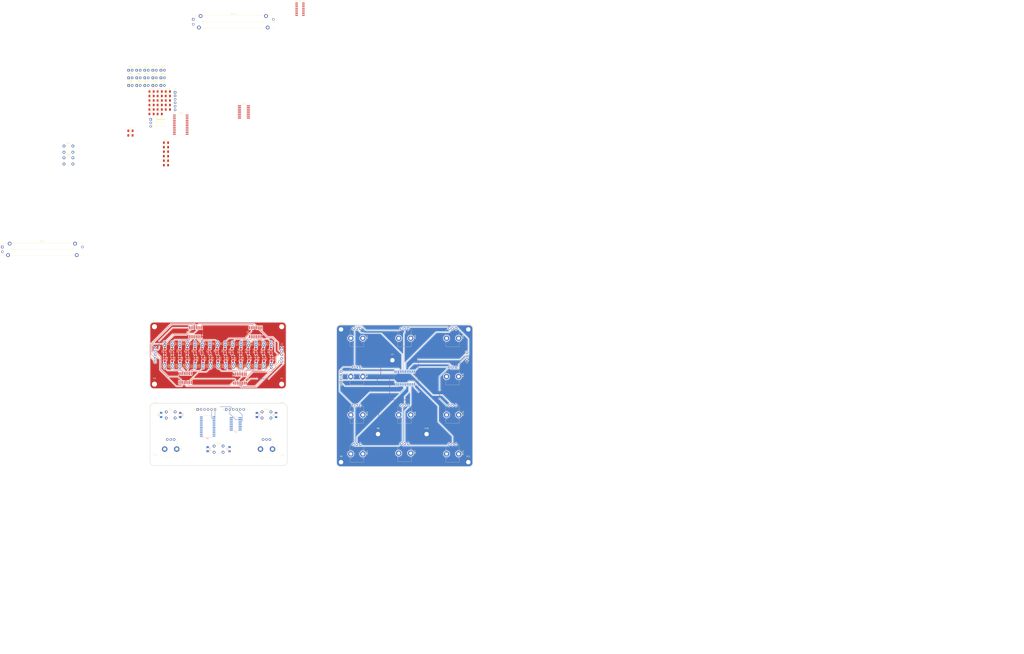
<source format=kicad_pcb>
(kicad_pcb (version 20240108) (generator "pcbnew") (generator_version "8.0")
  (layers (0 "F.Cu" signal) (31 "B.Cu" signal) (34 "B.Paste" user) (35 "F.Paste" user) (36 "B.SilkS" user "B.Silkscreen") (37 "F.SilkS" user "F.Silkscreen") (38 "B.Mask" user) (39 "F.Mask" user) (44 "Edge.Cuts" user))
  (net 0 "")
  (net 1 "GND")
  (net 2 "SW-L")
  (net 3 "SW-C")
  (net 4 "SW-R")
  (net 5 "SW-LC")
  (net 6 "SW-RC")
  (net 7 "Net-(D1-K)")
  (net 8 "Net-(D1-A)")
  (net 9 "Net-(D2-K)")
  (net 10 "Net-(D2-A)")
  (net 11 "Net-(D3-A)")
  (net 12 "Net-(D3-K)")
  (net 13 "Net-(D4-K)")
  (net 14 "Net-(D4-A)")
  (net 15 "Net-(D5-A)")
  (net 16 "Net-(D5-K)")
  (net 17 "Net-(D6-A)")
  (net 18 "Net-(D6-K)")
  (net 19 "Net-(D7-K)")
  (net 20 "Net-(D7-A)")
  (net 21 "Net-(D8-K)")
  (net 22 "Net-(D8-A)")
  (net 23 "Net-(D9-K)")
  (net 24 "Net-(D9-A)")
  (net 25 "Net-(D10-A)")
  (net 26 "Net-(D10-K)")
  (net 27 "Net-(D11-K)")
  (net 28 "Net-(D11-A)")
  (net 29 "Net-(D12-A)")
  (net 30 "Net-(D12-K)")
  (net 31 "Net-(D13-A)")
  (net 32 "Net-(D13-K)")
  (net 33 "Net-(D14-A)")
  (net 34 "Net-(D14-K)")
  (net 35 "Net-(D15-A)")
  (net 36 "Net-(D15-K)")
  (net 37 "Net-(D16-A)")
  (net 38 "Net-(D16-K)")
  (net 39 "Net-(D17-A)")
  (net 40 "Net-(D17-K)")
  (net 41 "Net-(D18-A)")
  (net 42 "Net-(D18-K)")
  (net 43 "Net-(D19-K)")
  (net 44 "Net-(D19-A)")
  (net 45 "Net-(D20-K)")
  (net 46 "Net-(D20-A)")
  (net 47 "Net-(D21-K)")
  (net 48 "Net-(D21-A)")
  (net 49 "Net-(D22-K)")
  (net 50 "Net-(D22-A)")
  (net 51 "Net-(D23-K)")
  (net 52 "Net-(D23-A)")
  (net 53 "Net-(D24-K)")
  (net 54 "Net-(D24-A)")
  (net 55 "Net-(D25-A)")
  (net 56 "Net-(D25-K)")
  (net 57 "Net-(D26-A)")
  (net 58 "Net-(D26-K)")
  (net 59 "Net-(D27-A)")
  (net 60 "Net-(D27-K)")
  (net 61 "Net-(D28-K)")
  (net 62 "Net-(D28-A)")
  (net 63 "Net-(D29-K)")
  (net 64 "Net-(D29-A)")
  (net 65 "Net-(D30-K)")
  (net 66 "Net-(D30-A)")
  (net 67 "Net-(D31-A)")
  (net 68 "Net-(D32-A)")
  (net 69 "Net-(D33-A)")
  (net 70 "Net-(D34-K)")
  (net 71 "Net-(D34-A)")
  (net 72 "Net-(D35-A)")
  (net 73 "Net-(D35-K)")
  (net 74 "Net-(D36-K)")
  (net 75 "Net-(D36-A)")
  (net 76 "Net-(D37-K)")
  (net 77 "Net-(D37-A)")
  (net 78 "Net-(D38-K)")
  (net 79 "Net-(D38-A)")
  (net 80 "Net-(D39-K)")
  (net 81 "Net-(D39-A)")
  (net 82 "Net-(D40-A)")
  (net 83 "Net-(D40-K)")
  (net 84 "Net-(D41-A)")
  (net 85 "Net-(D41-K)")
  (net 86 "Net-(D42-K)")
  (net 87 "Net-(D42-A)")
  (net 88 "Net-(D43-A)")
  (net 89 "Net-(D43-K)")
  (net 90 "Net-(D44-A)")
  (net 91 "Net-(D44-K)")
  (net 92 "Net-(D45-A)")
  (net 93 "Net-(D45-K)")
  (net 94 "Net-(D46-K)")
  (net 95 "Net-(D46-A)")
  (net 96 "Net-(D47-A)")
  (net 97 "Net-(D47-K)")
  (net 98 "Net-(D48-A)")
  (net 99 "Net-(D48-K)")
  (net 100 "SRCLK")
  (net 101 "+5V")
  (net 102 "MPLEX-S2")
  (net 103 "MPLEX-S0")
  (net 104 "MPLEX-S3")
  (net 105 "MPLEX-S1")
  (net 106 "/EQ Pots/MPLEX-S2")
  (net 107 "FB-C-LATCH")
  (net 108 "MPLEX-C")
  (net 109 "FB-C-SIG")
  (net 110 "LVU-SIG")
  (net 111 "RVU-SIG")
  (net 112 "LVU-LATCH")
  (net 113 "RVU-LATCH")
  (net 114 "Net-(U7-QA)")
  (net 115 "Net-(U7-QB)")
  (net 116 "Net-(U7-QC)")
  (net 117 "/EQ Pots/MPLEX-S0")
  (net 118 "/EQ Pots/MPLEX-S3")
  (net 119 "/EQ Pots/MPLEX-S1")
  (net 120 "/EQ Pots/MPLEX-AP")
  (net 121 "/EQ Pots/POT-L1")
  (net 122 "/EQ Pots/POT-L2")
  (net 123 "/EQ Pots/POT-L3")
  (net 124 "/EQ Pots/POT-L4")
  (net 125 "/EQ Pots/POT-C1")
  (net 126 "/EQ Pots/POT-C2")
  (net 127 "/EQ Pots/POT-C3")
  (net 128 "POT-R")
  (net 129 "POT-L")
  (net 130 "POT-LC")
  (net 131 "POT-RC")
  (net 133 "Net-(U1-SER)")
  (net 135 "Net-(U3-QH')")
  (net 166 "MPLEX-D")
  (net 172 "/Global VU/MLVU-SIG")
  (net 173 "/Global VU/SRCLK")
  (net 174 "/Global VU/MLVU-LATCH")
  (net 175 "/Global VU/MRVU-SIG")
  (net 176 "/Global VU/MRVU-LATCH")
  (net 177 "/EQ Pots/POT-R1")
  (net 178 "/EQ Pots/POT-R2")
  (net 179 "/EQ Pots/POT-R3")
  (net 180 "/EQ Pots/POT-R4")
  (footprint "Resistor_SMD:R_1206_3216Metric_Pad1.30x1.75mm_HandSolder" (layer "F.Cu") (at 47.665 44.775 90)
    (property "Reference" "R4")
    (property "Value" "VUMLR")
  )
  (footprint "LED_THT:LED_D3.0mm" (layer "F.Cu") (at 10.66 -160.4)
    (property "Reference" "D37")
    (property "Value" "VUMLD")
  )
  (footprint "LED_THT:LED_D3.0mm" (layer "F.Cu") (at 97.915 40.775 90)
    (property "Reference" "D13")
    (property "Value" "VUMLD")
  )
  (footprint "MountingHole:MountingHole_3.2mm_M3" (layer "F.Cu") (at 23.615 69)
    (property "Reference" "H3")
    (property "Value" "MountingHole")
  )
  (footprint "LED_THT:LED_D3.0mm" (layer "F.Cu") (at 22.46 -149.3)
    (property "Reference" "D45")
    (property "Value" "VUMLD")
  )
  (footprint "LED_THT:LED_D3.0mm" (layer "F.Cu") (at 69.715 40.775 90)
    (property "Reference" "D8")
    (property "Value" "VUMLD")
  )
  (footprint "Package_SO:SOIC-16W_5.3x10.2mm_P1.27mm" (layer "F.Cu") (at 53.615 31 90)
    (property "Reference" "U2")
    (property "Value" "74HC595")
  )
  (footprint "MountingHole:MountingHole_3.2mm_M3" (layer "F.Cu") (at 160 126)
    (property "Reference" "H9")
    (property "Value" "MountingHole")
  )
  (footprint "LED_THT:LED_D3.0mm" (layer "F.Cu") (at 58.615 40.775 90)
    (property "Reference" "D6")
    (property "Value" "VUMLD")
  )
  (footprint "Resistor_SMD:R_1206_3216Metric_Pad1.30x1.75mm_HandSolder" (layer "F.Cu") (at 32.06 -94.32)
    (property "Reference" "R35")
    (property "Value" "R_Small")
  )
  (footprint "Potentiometer_THT:Potentiometer_Bourns_PTV09A-1_Single_Vertical" (layer "F.Cu") (at 204 112.45 -90)
    (property "Reference" "RV7")
    (property "Value" "R_Pot")
  )
  (footprint "LED_THT:LED_D3.0mm" (layer "F.Cu") (at 16.56 -149.3)
    (property "Reference" "D42")
    (property "Value" "VUMLD")
  )
  (footprint "LED_THT:LED_D3.0mm" (layer "F.Cu") (at 53.315 54.485 -90)
    (property "Reference" "D26")
    (property "Value" "VUMRD")
  )
  (footprint "Connector_PinHeader_2.54mm:PinHeader_1x06_P2.54mm_Vertical" (layer "F.Cu") (at 55.15 87.5 90)
    (property "Reference" "J5")
    (property "Value" "Conn_B1")
  )
  (footprint "LED_THT:LED_D3.0mm" (layer "F.Cu") (at 109.015 40.775 90)
    (property "Reference" "D15")
    (property "Value" "VUMLD")
  )
  (footprint "LED_THT:LED_D3.0mm" (layer "F.Cu") (at 4.76 -160.4)
    (property "Reference" "D34")
    (property "Value" "VUMLD")
  )
  (footprint "LED_THT:LED_D3.0mm" (layer "F.Cu") (at 28.36 -160.4)
    (property "Reference" "D46")
    (property "Value" "VUMLD")
  )
  (footprint "MountingHole:MountingHole_3.2mm_M3" (layer "F.Cu") (at 24 86.5)
    (property "Reference" "H12")
    (property "Value" "MountingHole")
  )
  (footprint "MountingHole:MountingHole_3.2mm_M3" (layer "F.Cu") (at 116.615 27)
    (property "Reference" "H2")
    (property "Value" "MountingHole")
  )
  (footprint "PCM_Potentiometer_THT_US_AKL:Potentiometer_Bourns_PTA4543_Single_Slide" (layer "F.Cu") (at -87.52 -31.25)
    (property "Reference" "RV14")
    (property "Value" "R_Pot" (hide yes))
  )
  (footprint "Resistor_SMD:R_1206_3216Metric_Pad1.30x1.75mm_HandSolder" (layer "F.Cu") (at 33.41 -131.72)
    (property "Reference" "R53")
    (property "Value" "10K")
  )
  (footprint "Resistor_SMD:R_1206_3216Metric_Pad1.30x1.75mm_HandSolder" (layer "F.Cu") (at 32.06 -107.48)
    (property "Reference" "R31")
    (property "Value" "10K")
  )
  (footprint "Resistor_SMD:R_1206_3216Metric_Pad1.30x1.75mm_HandSolder" (layer "F.Cu") (at 59.115 50.5 -90)
    (property "Reference" "R25")
    (property "Value" "VUMRR")
  )
  (footprint "Connector_PinHeader_2.54mm:PinHeader_1x03_P2.54mm_Vertical" (layer "F.Cu") (at 252 51.025 180)
    (property "Reference" "J4")
    (property "Value" "Conn_01x03")
  )
  (footprint "Resistor_SMD:R_1206_3216Metric_Pad1.30x1.75mm_HandSolder" (layer "F.Cu") (at 92.615 50.5 -90)
    (property "Reference" "R19")
    (property "Value" "VUMRR")
  )
  (footprint "Connector_PinHeader_2.54mm:PinHeader_1x06_P2.54mm_Vertical" (layer "F.Cu") (at 76.15 87.5 90)
    (property "Reference" "J6")
    (property "Value" "Conn_B2")
  )
  (footprint "Resistor_SMD:R_1206_3216Metric_Pad1.30x1.75mm_HandSolder" (layer "F.Cu") (at 103.615 50.5 -90)
    (property "Reference" "R17")
    (property "Value" "VUMRR")
  )
  (footprint "Button_Switch_THT:SW_PUSH_6mm_H9.5mm" (layer "F.Cu") (at -42.5 -105)
    (property "Reference" "SW4")
    (property "Value" "SW")
  )
  (footprint "MountingHole:MountingHole_3.2mm_M3" (layer "F.Cu") (at 116.615 69)
    (property "Reference" "H4")
    (property "Value" "MountingHole")
  )
  (footprint "LED_THT:LED_D3.0mm" (layer "F.Cu") (at 4.76 -149.3)
    (property "Reference" "D36")
    (property "Value" "VUMLD")
  )
  (footprint "Resistor_SMD:R_1206_3216Metric_Pad1.30x1.75mm_HandSolder" (layer "F.Cu") (at 27.46 -131.72)
    (property "Reference" "R47")
    (property "Value" "VUMLR")
  )
  (footprint "LED_THT:LED_D3.0mm" (layer "F.Cu") (at 80.815 40.775 90)
    (property "Reference" "D10")
    (property "Value" "VUMLD")
  )
  (footprint "LED_THT:LED_D3.0mm" (layer "F.Cu") (at 86.815 40.775 90)
    (property "Reference" "D11")
    (property "Value" "VUMLD")
  )
  (footprint "Resistor_SMD:R_1206_3216Metric_Pad1.30x1.75mm_HandSolder" (layer "F.Cu") (at 27.46 -128.43)
    (property "Reference" "R48")
    (property "Value" "VUMLR")
  )
  (footprint "Resistor_SMD:R_1206_3216Metric_Pad1.30x1.75mm_HandSolder" (layer "F.Cu") (at 33.41 -135.01)
    (property "Reference" "R52")
    (property "Value" "10K")
  )
  (footprint "LED_THT:LED_D3.0mm" (layer "F.Cu") (at 59.115 54.485 -90)
    (property "Reference" "D25")
    (property "Value" "VUMRD")
  )
  (footprint "MountingHole:MountingHole_3.2mm_M3" (layer "F.Cu") (at 24 125)
    (property "Reference" "H13")
    (property "Value" "MountingHole")
  )
  (footprint "Resistor_SMD:R_1206_3216Metric_Pad1.30x1.75mm_HandSolder" (layer "F.Cu") (at 53.615 50.5 -90)
    (property "Reference" "R26")
    (property "Value" "VUMRR")
  )
  (footprint "Resistor_SMD:R_1206_3216Metric_Pad1.30x1.75mm_HandSolder" (layer "F.Cu") (at 21.51 -144.88)
    (property "Reference" "R37")
    (property "Value" "VUMLR")
  )
  (footprint "LED_THT:LED_D3.0mm" (layer "F.Cu") (at 22.46 -154.85)
    (property "Reference" "D44")
    (property "Value" "VUMLD")
  )
  (footprint "PCM_Potentiometer_THT_US_AKL:Potentiometer_Bourns_PTA4543_Single_Slide" (layer "F.Cu") (at 52 -197.6)
    (property "Reference" "RV15")
    (property "Value" "R_Pot" (hide yes))
  )
  (footprint "Potentiometer_THT:Potentiometer_Bourns_PTV09A-1_Single_Vertical" (layer "F.Cu") (at 204 28.45 -90)
    (property "Reference" "RV5")
    (property "Value" "R_Pot")
  )
  (footprint "MountingHole:MountingHole_3.2mm_M3" (layer "F.Cu") (at 160 29)
    (property "Reference" "H5")
    (property "Value" "MountingHole")
  )
  (footprint "Button_Switch_THT:SW_PUSH_6mm_H9.5mm" (layer "F.Cu") (at 102.25 89.25)
    (property "Reference" "SW3")
    (property "Value" "SW")
  )
  (footprint "Potentiometer_THT:Potentiometer_Bourns_PTV09A-1_Single_Vertical" (layer "F.Cu") (at 33 109.45 -90)
    (property "Reference" "RV12")
    (property "Value" "R_Pot")
  )
  (footprint "Potentiometer_THT:Potentiometer_Bourns_PTV09A-1_Single_Vertical" (layer "F.Cu") (at 239 84.45 -90)
    (property "Reference" "RV10")
    (property "Value" "R_Pot")
  )
  (footprint "MountingHole:MountingHole_3.2mm_M3" (layer "F.Cu") (at 253 29)
    (property "Reference" "H6")
    (property "Value" "MountingHole")
  )
  (footprint "LED_THT:LED_D3.0mm" (layer "F.Cu") (at 4.76 -154.85)
    (property "Reference" "D35")
    (property "Value" "VUMLD")
  )
  (footprint "LED_THT:LED_D3.0mm" (layer "F.Cu") (at 42.215 54.485 -90)
    (property "Reference" "D28")
    (property "Value" "VUMRD")
  )
  (footprint "LED_THT:LED_D3.0mm" (layer "F.Cu") (at 109.015 54.46 -90)
    (property "Reference" "D16")
    (property "Value" "VUMRD")
  )
  (footprint "Resistor_SMD:R_1206_3216Metric_Pad1.30x1.75mm_HandSolder" (layer "F.Cu") (at 98.115 50.5 -90)
    (property "Reference" "R18")
    (property "Value" "VUMRR")
  )
  (footprint "Resistor_SMD:R_1206_3216Metric_Pad1.30x1.75mm_HandSolder" (layer "F.Cu") (at 69.465 44.775 90)
    (property "Reference" "R8")
    (property "Value" "VUMLR")
  )
  (footprint "Connector_PinHeader_2.54mm:PinHeader_1x04_P2.54mm_Vertical" (layer "F.Cu") (at 160 67.5 180)
    (property "Reference" "J3")
    (property "Value" "Conn_01x04")
  )
  (footprint "Potentiometer_THT:Potentiometer_Bourns_PTV09A-1_Single_Vertical" (layer "F.Cu") (at 169 56.45 -90)
    (property "Reference" "RV2")
    (property "Value" "R_Pot")
  )
  (footprint "Resistor_SMD:R_1206_3216Metric_Pad1.30x1.75mm_HandSolder" (layer "F.Cu") (at 47.615 50.5 -90)
    (property "Reference" "R27")
    (property "Value" "VUMRR")
  )
  (footprint "LED_THT:LED_D3.0mm" (layer "F.Cu") (at 103.465 54.46 -90)
    (property "Reference" "D17")
    (property "Value" "VUMRD")
  )
  (footprint "Potentiometer_THT:Potentiometer_Bourns_PTV09A-1_Single_Vertical" (layer "F.Cu") (at 169 84.45 -90)
    (property "Reference" "RV3")
    (property "Value" "R_Pot")
  )
  (footprint "LED_THT:LED_D3.0mm" (layer "F.Cu") (at 47.765 40.775 90)
    (property "Reference" "D4")
    (property "Value" "VUMLD")
  )
  (footprint "Resistor_SMD:R_1206_3216Metric_Pad1.30x1.75mm_HandSolder" (layer "F.Cu") (at 31.165 44.825 90)
    (property "Reference" "R1")
    (property "Value" "VUMLR")
  )
  (footprint "LED_THT:LED_D3.0mm" (layer "F.Cu") (at 28.36 -154.85)
    (property "Reference" "D47")
    (property "Value" "VUMLD")
  )
  (footprint "Connector_PinSocket_2.54mm:PinSocket_1x05_P2.54mm_Vertical" (layer "F.Cu") (at 24.14 42.45)
    (property "Reference" "J1")
    (property "Value" "Conn_01x05")
  )
  (footprint "Resistor_SMD:R_1206_3216Metric_Pad1.30x1.75mm_HandSolder" (layer "F.Cu") (at 58.165 44.775 90)
    (property "Reference" "R6")
    (property "Value" "VUMLR")
  )
  (footprint "LED_THT:LED_D3.0mm" (layer "F.Cu") (at 36.665 40.775 90)
    (property "Reference" "D2")
    (property "Value" "VUMLD")
  )
  (footprint "Package_SO:SOIC-16W_5.3x10.2mm_P1.27mm" (layer "F.Cu") (at 46.115 64.5 -90)
    (property "Reference" "U4")
    (property "Value" "74HC595")
  )
  (footprint "Resistor_SMD:R_1206_3216Metric_Pad1.30x1.75mm_HandSolder" (layer "F.Cu") (at 32.06 -97.61)
    (property "Reference" "R34")
    (property "Value" "R_Small")
  )
  (footprint "Resistor_SMD:R_1206_3216Metric_Pad1.30x1.75mm_HandSolder" (layer "F.Cu") (at 33.41 -144.88)
    (property "Reference" "R49")
    (property "Value" "VUMLR")
  )
  (footprint "Resistor_SMD:R_1206_3216Metric_Pad1.30x1.75mm_HandSolder" (layer "F.Cu") (at 21.51 -141.59)
    (property "Reference" "R38")
    (property "Value" "VUMLR")
  )
  (footprint "Resistor_SMD:R_1206_3216Metric_Pad1.30x1.75mm_HandSolder" (layer "F.Cu") (at 27.46 -135.01)
    (property "Reference" "R46")
    (property "Value" "VUMLR")
  )
  (footprint "LED_THT:LED_D3.0mm" (layer "F.Cu") (at 31.115 40.775 90)
    (property "Reference" "D1")
    (property "Value" "VUMLD")
  )
  (footprint "LED_THT:LED_D3.0mm" (layer "F.Cu") (at 16.56 -160.4)
    (property "Reference" "D40")
    (property "Value" "VUMLD")
  )
  (footprint "Resistor_SMD:R_1206_3216Metric_Pad1.30x1.75mm_HandSolder" (layer "F.Cu") (at 92.165 44.825 90)
    (property "Reference" "R12")
    (property "Value" "VUMLR")
  )
  (footprint "Resistor_SMD:R_1206_3216Metric_Pad1.30x1.75mm_HandSolder" (layer "F.Cu") (at 75.615 50.5 -90)
    (property "Reference" "R22")
    (property "Value" "VUMRR")
  )
  (footprint "LED_THT:LED_D3.0mm" (layer "F.Cu") (at 10.66 -149.3)
    (property "Reference" "D39")
    (property "Value" "VUMLD")
  )
  (footprint "LED_THT:LED_D3.0mm" (layer "F.Cu") (at 97.915 54.46 -90)
    (property "Reference" "D18")
    (property "Value" "VUMRD")
  )
  (footprint "Button_Switch_THT:SW_PUSH_6mm_H9.5mm" (layer "F.Cu") (at 67.25 114.25)
    (property "Reference" "SW2")
    (property "Value" "SW")
  )
  (footprint "Resistor_SMD:R_1206_3216Metric_Pad1.30x1.75mm_HandSolder" (layer "F.Cu") (at 86.615 50.5 -90)
    (property "Reference" "R20")
    (property "Value" "VUMRR")
  )
  (footprint "Package_SO:SOIC-16W_5.3x10.2mm_P1.27mm" (layer "F.Cu") (at 86.115 65 -90)
    (property "Reference" "U3")
    (property "Value" "74HC595")
  )
  (footprint "Package_SO:SOIC-16W_5.3x10.2mm_P1.27mm" (layer "F.Cu") (at 97.615 31 90)
    (property "Reference" "U1")
    (property "Value" "74HC595")
  )
  (footprint "Package_SO:SOIC-16W_5.3x10.2mm_P1.27mm" (layer "F.Cu") (at 89 -130)
    (property "Reference" "U8")
    (property "Value" "74HC595")
  )
  (footprint "LED_THT:LED_D3.0mm" (layer "F.Cu") (at 36.665 54.485 -90)
    (property "Reference" "D29")
    (property "Value" "VUMRD")
  )
  (footprint "LED_THT:LED_D3.0mm" (layer "F.Cu") (at 42.215 40.775 90)
    (property "Reference" "D3")
    (property "Value" "VUMLD")
  )
  (footprint "MountingHole:MountingHole_3.2mm_M3" (layer "F.Cu") (at 23.615 27)
    (property "Reference" "H1")
    (property "Value" "MountingHole")
  )
  (footprint "LED_THT:LED_D3.0mm" (layer "F.Cu") (at 70.215 54.485 -90)
    (property "Reference" "D23")
    (property "Value" "VUMRD")
  )
  (footprint "Resistor_SMD:R_1206_3216Metric_Pad1.30x1.75mm_HandSolder" (layer "F.Cu") (at 64.615 50.5 -90)
    (property "Reference" "R24")
    (property "Value" "VUMRR")
  )
  (footprint "Resistor_SMD:R_1206_3216Metric_Pad1.30x1.75mm_HandSolder" (layer "F.Cu") (at 21.51 -131.72)
    (property "Reference" "R41")
    (property "Value" "VUMLR")
  )
  (footprint "Resistor_SMD:R_1206_3216Metric_Pad1.30x1.75mm_HandSolder" (layer "F.Cu") (at 80.165 44.825 90)
    (property "Reference" "R10")
    (property "Value" "VUMLR")
  )
  (footprint "Resistor_SMD:R_1206_3216Metric_Pad1.30x1.75mm_HandSolder" (layer "F.Cu") (at 109.115 50.5 -90)
    (property "Reference" "R16")
    (property "Value" "VUMRR")
  )
  (footprint "Resistor_SMD:R_1206_3216Metric_Pad1.30x1.75mm_HandSolder" (layer "F.Cu") (at 103.165 44.825 90)
    (property "Reference" "R14")
    (property "Value" "VUMLR")
  )
  (footprint "LED_THT:LED_D3.0mm" (layer "F.Cu") (at 103.465 40.775 90)
    (property "Reference" "D14")
    (property "Value" "VUMLD")
  )
  (footprint "LED_THT:LED_D3.0mm" (layer "F.Cu") (at 22.46 -160.4)
    (property "Reference" "D43")
    (property "Value" "VUMLD")
  )
  (footprint "LED_THT:LED_D3.0mm" (layer "F.Cu") (at 28.36 -149.3)
    (property "Reference" "D48")
    (property "Value" "VUMLD")
  )
  (footprint "MountingHole:MountingHole_3.2mm_M3" (layer "F.Cu") (at 253 126)
    (property "Reference" "H11")
    (property "Value" "MountingHole")
  )
  (footprint "Capacitor_SMD:C_1206_3216Metric_Pad1.33x1.80mm_HandSolder" (layer "F.Cu") (at 6.09 -116.15)
    (property "Reference" "C4")
    (property "Value" "1uF")
  )
  (footprint "Resistor_SMD:R_1206_3216Metric_Pad1.30x1.75mm_HandSolder" (layer "F.Cu") (at 27.46 -138.3)
    (property "Reference" "R45")
    (property "Value" "VUMLR")
  )
  (footprint "Potentiometer_THT:Potentiometer_Bourns_PTV09A-1_Single_Vertical" (layer "F.Cu") (at 169 28.45 -90)
    (property "Reference" "RV1")
    (property "Value" "R_Pot")
  )
  (footprint "LED_THT:LED_D3.0mm" (layer "F.Cu") (at 92.365 54.46 -90)
    (property "Reference" "D19")
    (property "Value" "VUMRD")
  )
  (footprint "MountingHole:MountingHole_3.2mm_M3" (layer "F.Cu") (at 117 86.5)
    (property "Reference" "H14")
    (property "Value" "MountingHole")
  )
  (footprint "MountingHole:MountingHole_3.2mm_M3" (layer "F.Cu") (at 197.5 51.5)
    (property "Reference" "H7")
    (property "Value" "MountingHole")
  )
  (footprint "Resistor_SMD:R_1206_3216Metric_Pad1.30x1.75mm_HandSolder" (layer "F.Cu") (at 70.115 50.5 -90)
    (property "Reference" "R23")
    (property "Value" "VUMRR")
  )
  (footprint "MountingHole:MountingHole_3.2mm_M3" (layer "F.Cu") (at 117 125)
    (property "Reference" "H15")
    (property "Value" "MountingHole")
  )
  (footprint "Resistor_SMD:R_1206_3216Metric_Pad1.30x1.75mm_HandSolder" (layer "F.Cu") (at 42.115 50.5 -90)
    (property "Reference" "R28")
    (property "Value" "VUMRR")
  )
  (footprint "LED_THT:LED_D3.0mm" (layer "F.Cu") (at 10.66 -154.85)
    (property "Reference" "D38")
    (property "Value" "VUMLD")
  )
  (footprint "Potentiometer_THT:Potentiometer_Bourns_PTV09A-1_Single_Vertical" (layer "F.Cu") (at 239 28.45 -90)
    (property "Reference" "RV8")
    (property "Value" "R_Pot")
  )
  (footprint "LED_THT:LED_D3.0mm" (layer "F.Cu") (at 75.765 54.485 -90)
    (property "Reference" "D22")
    (property "Value" "VUMRD")
  )
  (footprint "Package_SO:SOIC-24W_7.5x15.4mm_P1.27mm" (layer "F.Cu") (at 42.84 -120.6)
    (property "Reference" "U10")
    (property "Value" "CD74HC4067M")
  )
  (footprint "Resistor_SMD:R_1206_3216Metric_Pad1.30x1.75mm_HandSolder" (layer "F.Cu") (at 36.615 50.5 -90)
    (property "Reference" "R29")
    (property "Value" "VUMRR")
  )
  (footprint "LED_THT:LED_D3.0mm" (layer "F.Cu") (at 47.765 54.485 -90)
    (property "Reference" "D27")
    (property "Value" "VUMRD")
  )
  (footprint "LED_THT:LED_D3.0mm" (layer "F.Cu") (at 92.365 40.775 90)
    (property "Reference" "D12")
    (property "Value" "VUMLD")
  )
  (footprint "Connector_PinHeader_2.54mm:PinHeader_1x03_P2.54mm_Horizontal" (layer "F.Cu") (at 20.86 -124.46)
    (property "Reference" "J7")
    (property "Value" "Conn_01x03")
  )
  (footprint "LED_THT:LED_D3.0mm" (layer "F.Cu") (at 53.315 40.775 90)
    (property "Reference" "D5")
    (property "Value" "VUMLD")
  )
  (footprint "MountingHole:MountingHole_3.2mm_M3" (layer "F.Cu") (at 187 105.5)
    (property "Reference" "H8")
    (property "Value" "MountingHole")
  )
  (footprint "LED_THT:LED_D3.0mm" (layer "F.Cu") (at 86.815 54.46 -90)
    (property "Reference" "D20")
    (property "Value" "VUMRD")
  )
  (footprint "Connector_PinSocket_2.54mm:PinSocket_1x05_P2.54mm_Vertical" (layer "F.Cu") (at 116.64 42.45)
    (property "Reference" "J2")
    (property "Value" "Conn_01x05")
  )
  (footprint "Button_Switch_THT:SW_PUSH_6mm_H9.5mm" (layer "F.Cu") (at 32.25 89.25)
    (property "Reference" "SW1")
    (property "Value" "SW")
  )
  (footprint "Potentiometer_THT:Potentiometer_Bourns_PTV09A-1_Single_Vertical" (layer "F.Cu") (at 239 112.95 -90)
    (property "Reference" "RV11")
    (property "Value" "R_Pot")
  )
  (footprint "LED_THT:LED_D3.0mm" (layer "F.Cu") (at 64.665 54.485 -90)
    (property "Reference" "D24")
    (property "Value" "VUMRD")
  )
  (footprint "Button_Switch_THT:SW_PUSH_6mm_H9.5mm" (layer "F.Cu") (at -42.5 -96.45)
    (property "Reference" "SW5")
    (property "Value" "SW")
  )
  (footprint "Resistor_SMD:R_1206_3216Metric_Pad1.30x1.75mm_HandSolder" (layer "F.Cu") (at 81.115 50.5 -90)
    (property "Reference" "R21")
    (property "Value" "VUMRR")
  )
  (footprint "Resistor_SMD:R_1206_3216Metric_Pad1.30x1.75mm_HandSolder" (layer "F.Cu") (at 21.51 -138.3)
    (property "Reference" "R39")
    (property "Value" "VUMLR")
  )
  (footprint "Resistor_SMD:R_1206_3216Metric_Pad1.30x1.75mm_HandSolder" (layer "F.Cu") (at 63.965 44.775 90)
    (property "Reference" "R7")
    (property "Value" "VUMLR")
  )
  (footprint "LED_THT:LED_D3.0mm" (layer "F.Cu") (at 31.115 54.485 -90)
    (property "Reference" "D30")
    (property "Value" "VUMRD")
  )
  (footprint "Capacitor_SMD:C_1206_3216Metric_Pad1.33x1.80mm_HandSolder" (layer "F.Cu") (at 6.09 -112.8)
    (property "Reference" "C5")
    (property "Value" "1uF")
  )
  (footprint "LED_THT:LED_D3.0mm" (layer "F.Cu") (at 64.165 40.775 90)
    (property "Reference" "D7")
    (property "Value" "VUMLD")
  )
  (footprint "Potentiometer_THT:Potentiometer_Bourns_PTV09A-1_Single_Vertical" (layer "F.Cu") (at 169 112.95 -90)
    (property "Reference" "RV4")
    (property "Value" "R_Pot")
  )
  (footprint "Resistor_SMD:R_1206_3216Metric_Pad1.30x1.75mm_HandSolder" (layer "F.Cu") (at 53.165 44.775 90)
    (property "Reference" "R5")
    (property "Value" "VUMLR")
  )
  (footprint "Potentiometer_THT:Potentiometer_Bourns_PTV09A-1_Single_Vertical" (layer "F.Cu") (at 204 84.45 -90)
    (property "Reference" "RV6")
    (property "Value" "R_Pot")
  )
  (footprint "Resistor_SMD:R_1206_3216Metric_Pad1.30x1.75mm_HandSolder" (layer "F.Cu") (at 86.665 44.825 90)
    (property "Reference" "R11")
    (property "Value" "VUMLR")
  )
  (footprint "Resistor_SMD:R_1206_3216Metric_Pad1.30x1.75mm_HandSolder" (layer "F.Cu") (at 36.665 44.775 90)
    (property "Reference" "R2")
    (property "Value" "VUMLR")
  )
  (footprint "Resistor_SMD:R_1206_3216Metric_Pad1.30x1.75mm_HandSolder" (layer "F.Cu") (at 33.41 -141.59)
    (property "Reference" "R50")
    (property "Value" "VUMLR")
  )
  (footprint "Resistor_SMD:R_1206_3216Metric_Pad1.30x1.75mm_HandSolder" (layer "F.Cu") (at 42.165 44.775 90)
    (property "Reference" "R3")
    (property "Value" "VUMLR")
  )
  (footprint "LED_THT:LED_D3.0mm" (layer "F.Cu") (at 81.315 54.485 -90)
    (property "Reference" "D21")
    (property "Value" "VUMRD")
  )
  (footprint "Resistor_SMD:R_1206_3216Metric_Pad1.30x1.75mm_HandSolder" (layer "F.Cu") (at 27.46 -141.59)
    (property "Reference" "R44")
    (property "Value" "VUMLR")
  )
  (footprint "Resistor_SMD:R_1206_3216Metric_Pad1.30x1.75mm_HandSolder" (layer "F.Cu") (at 27.46 -144.88)
    (property "Reference" "R43")
    (property "Value" "VUMLR")
  )
  (footprint "Resistor_SMD:R_1206_3216Metric_Pad1.30x1.75mm_HandSolder" (layer "F.Cu") (at 33.41 -138.3)
    (property "Reference" "R51")
    (property "Value" "VUMLR")
  )
  (footprint "Potentiometer_THT:Potentiometer_Bourns_PTV09A-1_Single_Vertical" (layer "F.Cu") (at 239 56.45 -90)
    (property "Reference" "RV9")
    (property "Value" "R_Pot")
  )
  (footprint "Resistor_SMD:R_1206_3216Metric_Pad1.30x1.75mm_HandSolder" (layer "F.Cu") (at 21.51 -128.43)
    (property "Reference" "R42")
    (property "Value" "VUMLR")
  )
  (footprint "LED_THT:LED_D3.0mm" (layer "F.Cu") (at 16.56 -154.85)
    (property "Reference" "D41")
    (property "Value" "VUMLD")
  )
  (footprint "Resistor_SMD:R_1206_3216Metric_Pad1.30x1.75mm_HandSolder" (layer "F.Cu") (at 31.115 50.5 -90)
    (property "Reference" "R30")
    (property "Value" "VUMRR")
  )
  (footprint "Package_SO:SOIC-16_3.9x9.9mm_P1.27mm" (layer "F.Cu") (at 130 -205)
    (property "Reference" "U9")
    (property "Value" "SR1-ML")
  )
  (footprint "MountingHole:MountingHole_3.2mm_M3" (layer "F.Cu") (at 222.5 105.5)
    (property "Reference" "H10")
    (property "Value" "MountingHole")
  )
  (footprint "Connector_PinHeader_2.54mm:PinHeader_1x06_P2.54mm_Vertical" (layer "F.Cu") (at 38.71 -144.2)
    (property "Reference" "J8")
    (property "Value" "Conn_01x06")
  )
  (footprint "Resistor_SMD:R_1206_3216Metric_Pad1.30x1.75mm_HandSolder" (layer "F.Cu") (at 108.665 44.775 90)
    (property "Reference" "R15")
    (property "Value" "VUMLR")
  )
  (footprint "LED_THT:LED_D3.0mm" (layer "F.Cu") (at 75.265 40.775 90)
    (property "Reference" "D9")
    (property "Value" "VUMLD")
  )
  (footprint "Resistor_SMD:R_1206_3216Metric_Pad1.30x1.75mm_HandSolder" (layer "F.Cu") (at 75.165 44.775 90)
    (property "Reference" "R9")
    (property "Value" "VUMLR")
  )
  (footprint "Resistor_SMD:R_1206_3216Metric_Pad1.30x1.75mm_HandSolder" (layer "F.Cu") (at 32.06 -100.9)
    (property "Reference" "R33")
    (property "Value" "R_Small")
  )
  (footprint "Resistor_SMD:R_1206_3216Metric_Pad1.30x1.75mm_HandSolder" (layer "F.Cu") (at 32.06 -104.19)
    (property "Reference" "R32")
    (property "Value" "10K")
  )
  (footprint "Resistor_SMD:R_1206_3216Metric_Pad1.30x1.75mm_HandSolder" (layer "F.Cu") (at 21.51 -135.01)
    (property "Reference" "R40")
    (property "Value" "VUMLR")
  )
  (footprint "Resistor_SMD:R_1206_3216Metric_Pad1.30x1.75mm_HandSolder" (layer "F.Cu") (at 32.06 -91.03)
    (property "Reference" "R36")
    (property "Value" "10K")
  )
  (footprint "Resistor_SMD:R_1206_3216Metric_Pad1.30x1.75mm_HandSolder" (layer "F.Cu") (at 97.665 44.825 90)
    (property "Reference" "R13")
    (property "Value" "VUMLR")
  )
  (footprint "Potentiometer_THT:Potentiometer_Bourns_PTV09A-1_Single_Vertical" (layer "F.Cu") (at 103 109.45 -90)
    (property "Reference" "RV13")
    (property "Value" "R_Pot")
  )
  (footprint "Capacitor_SMD:C_1206_3216Metric_Pad1.33x1.80mm_HandSolder" (layer "B.Cu") (at 78.5 116.5 -90)
    (property "Reference" "C2")
    (property "Value" "1uF")
  )
  (footprint "Package_SO:SOIC-16W_5.3x10.2mm_P1.27mm" (layer "B.Cu") (at 83 98)
    (property "Reference" "U7")
    (property "Value" "74HC595")
  )
  (footprint "LED_SMD:LED_1206_3216Metric_Pad1.42x1.75mm_HandSolder" (layer "B.Cu") (at 42.5 91.5 90)
    (property "Reference" "D31")
    (property "Value" "D-PCUEL3")
  )
  (footprint "LED_SMD:LED_1206_3216Metric_Pad1.42x1.75mm_HandSolder" (layer "B.Cu") (at 62.5 116.5 90)
    (property "Reference" "D32")
    (property "Value" "D-PCUEL3")
  )
  (footprint "Package_SO:SOIC-24W_7.5x15.4mm_P1.27mm" (layer "B.Cu") (at 62.5 100)
    (property "Reference" "U6")
    (property "Value" "CD74HC4067M")
  )
  (footprint "Package_SO:SOIC-24W_7.5x15.4mm_P1.27mm" (layer "B.Cu") (at 206.5 64.5 90)
    (property "Reference" "U5")
    (property "Value" "CD74HC4067M")
  )
  (footprint "Capacitor_SMD:C_1206_3216Metric_Pad1.33x1.80mm_HandSolder" (layer "B.Cu") (at 28.5 91.5 -90)
    (property "Reference" "C1")
    (property "Value" "1uF")
  )
  (footprint "LED_SMD:LED_1206_3216Metric_Pad1.42x1.75mm_HandSolder" (layer "B.Cu") (at 98.5 91.5 90)
    (property "Reference" "D33")
    (property "Value" "D-PCUEL3")
  )
  (footprint "Capacitor_SMD:C_1206_3216Metric_Pad1.33x1.80mm_HandSolder" (layer "B.Cu") (at 112.5 91.5 -90)
    (property "Reference" "C3")
    (property "Value" "1uF")
  )
  (gr_arc (start 256.5 126.499999) (mid 255.62132 128.62132) (end 253.499999 129.5) (stroke (width 0.25)) (layer "Edge.Cuts"))
  (gr_arc (start 20.115 26.5) (mid 20.99368 24.378679) (end 23.115001 23.499999) (stroke (width 0.25)) (layer "Edge.Cuts"))
  (gr_arc (start 120.628534 125.454955) (mid 119.749854 127.576276) (end 117.628533 128.454956) (stroke (width 0.25)) (layer "Edge.Cuts"))
  (gr_line (start 156.5 126.499999) (end 156.5 28.500001) (stroke (width 0.25)) (layer "Edge.Cuts"))
  (gr_line (start 120.628534 86.000001) (end 120.628534 125.454955) (stroke (width 0.25)) (layer "Edge.Cuts"))
  (gr_line (start 256.5 28.500002) (end 256.5 126.499999) (stroke (width 0.25)) (layer "Edge.Cuts"))
  (gr_arc (start 159.500001 129.5) (mid 157.37868 128.62132) (end 156.5 126.499999) (stroke (width 0.25)) (layer "Edge.Cuts"))
  (gr_line (start 117.628533 128.454956) (end 23.371465 128.454956) (stroke (width 0.25)) (layer "Edge.Cuts"))
  (gr_line (start 120.115 26.500001) (end 120.115 69.5) (stroke (width 0.25)) (layer "Edge.Cuts"))
  (gr_line (start 159.500001 25.5) (end 253.499999 25.5) (stroke (width 0.25)) (layer "Edge.Cuts"))
  (gr_arc (start 253.499999 25.5) (mid 255.621321 26.37868) (end 256.5 28.500002) (stroke (width 0.25)) (layer "Edge.Cuts"))
  (gr_arc (start 20.371464 86.000001) (mid 21.25013 83.878661) (end 23.371466 83) (stroke (width 0.25)) (layer "Edge.Cuts"))
  (gr_line (start 23.115001 23.499999) (end 117.114999 23.499999) (stroke (width 0.25)) (layer "Edge.Cuts"))
  (gr_arc (start 23.371465 128.454956) (mid 21.250124 127.576287) (end 20.371464 125.454955) (stroke (width 0.25)) (layer "Edge.Cuts"))
  (gr_line (start 20.371464 125.454955) (end 20.371464 86.000001) (stroke (width 0.25)) (layer "Edge.Cuts"))
  (gr_line (start 253.499999 129.5) (end 159.500001 129.5) (stroke (width 0.25)) (layer "Edge.Cuts"))
  (gr_arc (start 156.5 28.500001) (mid 157.37868 26.37868) (end 159.500001 25.5) (stroke (width 0.25)) (layer "Edge.Cuts"))
  (gr_line (start 20.115 69.5) (end 20.115 26.5) (stroke (width 0.25)) (layer "Edge.Cuts"))
  (gr_arc (start 120.115 69.5) (mid 119.23632 71.621321) (end 117.114999 72.500001) (stroke (width 0.25)) (layer "Edge.Cuts"))
  (gr_arc (start 117.628533 83) (mid 119.749839 83.878682) (end 120.628534 86.000001) (stroke (width 0.25)) (layer "Edge.Cuts"))
  (gr_arc (start 117.114999 23.499999) (mid 119.236321 24.378679) (end 120.115 26.500001) (stroke (width 0.25)) (layer "Edge.Cuts"))
  (gr_line (start 117.114999 72.500001) (end 23.115001 72.500001) (stroke (width 0.25)) (layer "Edge.Cuts"))
  (gr_line (start 23.371466 83) (end 117.628533 83) (stroke (width 0.25)) (layer "Edge.Cuts"))
  (gr_arc (start 23.115001 72.500001) (mid 20.993679 71.621321) (end 20.115 69.5) (stroke (width 0.25)) (layer "Edge.Cuts"))
  (segment (start 197 80.5) (end 195.5 79) (width 0.3048) (layer "F.Cu") (net 1))
  (segment (start 186.5 68.5) (end 186.5 63.5) (width 0.3048) (layer "F.Cu") (net 1))
  (segment (start 96.98 28.949999) (end 99.530001 31.5) (width 0.2032) (layer "F.Cu") (net 1))
  (segment (start 41.67 63.555) (end 41.67 61.25) (width 0.2032) (layer "F.Cu") (net 1))
  (segment (start 187.5 84.5) (end 187.5 97) (width 0.3048) (layer "F.Cu") (net 1))
  (segment (start 195.5 63.5) (end 195.5 79) (width 0.3048) (layer "F.Cu") (net 1))
  (segment (start 188.5 55) (end 189 55.5) (width 0.3048) (layer "F.Cu") (net 1))
  (segment (start 209 80.5) (end 197 80.5) (width 0.3048) (layer "F.Cu") (net 1))
  (segment (start 102.06 31.945) (end 101.615 31.5) (width 0.2032) (layer "F.Cu") (net 1))
  (segment (start 46.75 66.907342) (end 44.342658 64.5) (width 0.2032) (layer "F.Cu") (net 1))
  (segment (start 102.06 34.25) (end 102.06 31.945) (width 0.2032) (layer "F.Cu") (net 1))
  (segment (start 42.615 64.5) (end 41.67 63.555) (width 0.2032) (layer "F.Cu") (net 1))
  (segment (start 96.98 27.75) (end 96.98 28.949999) (width 0.2032) (layer "F.Cu") (net 1))
  (segment (start 201.5 41.5) (end 210 41.5) (width 0.3048) (layer "F.Cu") (net 1))
  (segment (start 44.342658 64.5) (end 42.615 64.5) (width 0.2032) (layer "F.Cu") (net 1))
  (segment (start 99.530001 31.5) (end 101.615 31.5) (width 0.2032) (layer "F.Cu") (net 1))
  (segment (start 189 55.5) (end 189 63.5) (width 0.3048) (layer "F.Cu") (net 1))
  (segment (start 244 53.5) (end 249.5 53.5) (width 0.3048) (layer "F.Cu") (net 1))
  (segment (start 46.75 67.75) (end 46.75 66.907342) (width 0.2032) (layer "F.Cu") (net 1))
  (via (at 210 41.5) (size 0.6) (drill 0.3) (layers "F.Cu" "B.Cu") (net 1))
  (via (at 186.5 68.5) (size 0.6) (drill 0.3) (layers "F.Cu" "B.Cu") (net 1))
  (via (at 209 80.5) (size 0.6) (drill 0.3) (layers "F.Cu" "B.Cu") (net 1))
  (via (at 195.5 79) (size 0.6) (drill 0.3) (layers "F.Cu" "B.Cu") (net 1))
  (via (at 249.5 53.5) (size 0.6) (drill 0.3) (layers "F.Cu" "B.Cu") (net 1))
  (via (at 195.5 63.5) (size 0.6) (drill 0.3) (layers "F.Cu" "B.Cu") (net 1))
  (via (at 187.5 97) (size 0.6) (drill 0.3) (layers "F.Cu" "B.Cu") (net 1))
  (via (at 186.5 63.5) (size 0.6) (drill 0.3) (layers "F.Cu" "B.Cu") (net 1))
  (via (at 244 53.5) (size 0.6) (drill 0.3) (layers "F.Cu" "B.Cu") (net 1))
  (via (at 188.5 55) (size 0.6) (drill 0.3) (layers "F.Cu" "B.Cu") (net 1))
  (via (at 189 63.5) (size 0.6) (drill 0.3) (layers "F.Cu" "B.Cu") (net 1))
  (via (at 201.5 41.5) (size 0.6) (drill 0.3) (layers "F.Cu" "B.Cu") (net 1))
  (via (at 187.5 84.5) (size 0.6) (drill 0.3) (layers "F.Cu" "B.Cu") (net 1))
  (segment (start 189 63.5) (end 195.5 63.5) (width 0.3048) (layer "B.Cu") (net 1))
  (segment (start 244 56.45) (end 244 53.5) (width 0.3048) (layer "B.Cu") (net 1))
  (segment (start 191.0428 31.0428) (end 201.5 41.5) (width 0.3048) (layer "B.Cu") (net 1))
  (segment (start 198.865 68.5) (end 186.5 68.5) (width 0.3048) (layer "B.Cu") (net 1))
  (segment (start 174 84.45) (end 187.45 84.45) (width 0.3048) (layer "B.Cu") (net 1))
  (segment (start 209 84.45) (end 209 80.5) (width 0.3048) (layer "B.Cu") (net 1))
  (segment (start 199.515 69.15) (end 198.865 68.5) (width 0.3048) (layer "B.Cu") (net 1))
  (segment (start 175.45 55) (end 188.5 55) (width 0.3048) (layer "B.Cu") (net 1))
  (segment (start 174 56.45) (end 175.45 55) (width 0.3048) (layer "B.Cu") (net 1))
  (segment (start 174 28.45) (end 176.5928 31.0428) (width 0.3048) (layer "B.Cu") (net 1))
  (segment (start 176.5928 31.0428) (end 191.0428 31.0428) (width 0.3048) (layer "B.Cu") (net 1))
  (segment (start 187.45 84.45) (end 187.5 84.5) (width 0.3048) (layer "B.Cu") (net 1))
  (segment (start 186.5 63.5) (end 189 63.5) (width 0.3048) (layer "B.Cu") (net 1))
  (segment (start 31.165 43.275) (end 31.165 40.825) (width 0.381) (layer "F.Cu") (net 7))
  (segment (start 31.165 40.825) (end 31.115 40.775) (width 0.381) (layer "F.Cu") (net 7))
  (segment (start 36.7564 32.5936) (end 31.115 38.235) (width 0.2032) (layer "F.Cu") (net 8))
  (segment (start 46.796399 32.5936) (end 36.7564 32.5936) (width 0.2032) (layer "F.Cu") (net 8))
  (segment (start 50.44 27.75) (end 50.44 28.949999) (width 0.2032) (layer "F.Cu") (net 8))
  (segment (start 50.44 28.949999) (end 46.796399 32.5936) (width 0.2032) (layer "F.Cu") (net 8))
  (segment (start 36.665 43.225) (end 36.665 40.775) (width 0.381) (layer "F.Cu") (net 9))
  (segment (start 48.615 36.5) (end 38.4 36.5) (width 0.2032) (layer "F.Cu") (net 10))
  (segment (start 38.4 36.5) (end 36.665 38.235) (width 0.2032) (layer "F.Cu") (net 10))
  (segment (start 49.17 34.25) (end 49.17 35.945) (width 0.2032) (layer "F.Cu") (net 10))
  (segment (start 49.17 35.945) (end 48.615 36.5) (width 0.2032) (layer "F.Cu") (net 10))
  (segment (start 50.44 35.449999) (end 48.859799 37.0302) (width 0.2032) (layer "F.Cu") (net 11))
  (segment (start 48.859799 37.0302) (end 43.4198 37.0302) (width 0.2032) (layer "F.Cu") (net 11))
  (segment (start 43.4198 37.0302) (end 42.215 38.235) (width 0.2032) (layer "F.Cu") (net 11))
  (segment (start 50.44 34.25) (end 50.44 35.449999) (width 0.2032) (layer "F.Cu") (net 11))
  (segment (start 42.165 40.825) (end 42.215 40.775) (width 0.381) (layer "F.Cu") (net 12))
  (segment (start 42.165 43.225) (end 42.165 40.825) (width 0.381) (layer "F.Cu") (net 12))
  (segment (start 47.665 43.225) (end 47.665 40.875) (width 0.381) (layer "F.Cu") (net 13))
  (segment (start 47.665 40.875) (end 47.765 40.775) (width 0.381) (layer "F.Cu") (net 13))
  (segment (start 48.924999 38.235) (end 47.765 38.235) (width 0.2032) (layer "F.Cu") (net 14))
  (segment (start 51.71 34.25) (end 51.71 35.449999) (width 0.2032) (layer "F.Cu") (net 14))
  (segment (start 51.71 35.449999) (end 48.924999 38.235) (width 0.2032) (layer "F.Cu") (net 14))
  (segment (start 52.98 34.25) (end 52.98 37.9) (width 0.2032) (layer "F.Cu") (net 15))
  (segment (start 52.98 37.9) (end 53.315 38.235) (width 0.2032) (layer "F.Cu") (net 15))
  (segment (start 53.165 40.925) (end 53.315 40.775) (width 0.381) (layer "F.Cu") (net 16))
  (segment (start 53.165 43.225) (end 53.165 40.925) (width 0.381) (layer "F.Cu") (net 16))
  (segment (start 57.035001 38.235) (end 58.615 38.235) (width 0.2032) (layer "F.Cu") (net 17))
  (segment (start 54.25 35.449999) (end 57.035001 38.235) (width 0.2032) (layer "F.Cu") (net 17))
  (segment (start 54.25 34.25) (end 54.25 35.449999) (width 0.2032) (layer "F.Cu") (net 17))
  (segment (start 58.165 41.225) (end 58.615 40.775) (width 0.381) (layer "F.Cu") (net 18))
  (segment (start 58.165 43.225) (end 58.165 41.225) (width 0.381) (layer "F.Cu") (net 18))
  (segment (start 63.965 43.225) (end 63.965 40.975) (width 0.381) (layer "F.Cu") (net 19))
  (segment (start 63.965 40.975) (end 64.165 40.775) (width 0.381) (layer "F.Cu") (net 19))
  (segment (start 57.100201 37.0302) (end 62.9602 37.0302) (width 0.2032) (layer "F.Cu") (net 20))
  (segment (start 62.9602 37.0302) (end 64.165 38.235) (width 0.2032) (layer "F.Cu") (net 20))
  (segment (start 55.52 34.25) (end 55.52 35.449999) (width 0.2032) (layer "F.Cu") (net 20))
  (segment (start 55.52 35.449999) (end 57.100201 37.0302) (width 0.2032) (layer "F.Cu") (net 20))
  (segment (start 69.465 43.225) (end 69.465 41.025) (width 0.381) (layer "F.Cu") (net 21))
  (segment (start 69.465 41.025) (end 69.715 40.775) (width 0.381) (layer "F.Cu") (net 21))
  (segment (start 68.1038 36.6238) (end 69.715 38.235) (width 0.2032) (layer "F.Cu") (net 22))
  (segment (start 56.79 34.25) (end 56.79 35.449999) (width 0.2032) (layer "F.Cu") (net 22))
  (segment (start 56.79 35.449999) (end 57.963801 36.6238) (width 0.2032) (layer "F.Cu") (net 22))
  (segment (start 57.963801 36.6238) (end 68.1038 36.6238) (width 0.2032) (layer "F.Cu") (net 22))
  (segment (start 75.165 43.225) (end 75.165 40.875) (width 0.381) (layer "F.Cu") (net 23))
  (segment (start 75.165 40.875) (end 75.265 40.775) (width 0.381) (layer "F.Cu") (net 23))
  (segment (start 92.615 32.5) (end 89.615 35.5) (width 0.2032) (layer "F.Cu") (net 24))
  (segment (start 94.44 27.75) (end 94.44 30.675) (width 0.2032) (layer "F.Cu") (net 24))
  (segment (start 94.44 30.675) (end 92.615 32.5) (width 0.2032) (layer "F.Cu") (net 24))
  (segment (start 89.615 35.5) (end 94.44 30.675) (width 0.2032) (layer "F.Cu") (net 24))
  (segment (start 78 35.5) (end 75.265 38.235) (width 0.2032) (layer "F.Cu") (net 24))
  (segment (start 89.615 35.5) (end 78 35.5) (width 0.2032) (layer "F.Cu") (net 24))
  (segment (start 83.05 36) (end 80.815 38.235) (width 0.2032) (layer "F.Cu") (net 25))
  (segment (start 93.17 34.25) (end 91.42 36) (width 0.2032) (layer "F.Cu") (net 25))
  (segment (start 91.42 36) (end 83.05 36) (width 0.2032) (layer "F.Cu") (net 25))
  (segment (start 80.165 43.275) (end 80.165 41.425) (width 0.381) (layer "F.Cu") (net 26))
  (segment (start 80.165 41.425) (end 80.815 40.775) (width 0.381) (layer "F.Cu") (net 26))
  (segment (start 86.665 40.925) (end 86.815 40.775) (width 0.381) (layer "F.Cu") (net 27))
  (segment (start 86.665 43.275) (end 86.665 40.925) (width 0.381) (layer "F.Cu") (net 27))
  (segment (start 94.44 34.25) (end 94.44 36.175) (width 0.2032) (layer "F.Cu") (net 28))
  (segment (start 94.115 36.5) (end 88.55 36.5) (width 0.2032) (layer "F.Cu") (net 28))
  (segment (start 94.44 36.175) (end 94.115 36.5) (width 0.2032) (layer "F.Cu") (net 28))
  (segment (start 88.55 36.5) (end 86.815 38.235) (width 0.2032) (layer "F.Cu") (net 28))
  (segment (start 92.365 38.235) (end 94.38 38.235) (width 0.2032) (layer "F.Cu") (net 29))
  (segment (start 94.38 38.235) (end 95.71 36.905) (width 0.2032) (layer "F.Cu") (net 29))
  (segment (start 95.71 36.905) (end 95.71 34.25) (width 0.2032) (layer "F.Cu") (net 29))
  (segment (start 92.165 40.975) (end 92.365 40.775) (width 0.381) (layer "F.Cu") (net 30))
  (segment (start 92.165 43.275) (end 92.165 40.975) (width 0.381) (layer "F.Cu") (net 30))
  (segment (start 96.98 37.3) (end 97.915 38.235) (width 0.2032) (layer "F.Cu") (net 31))
  (segment (start 96.98 34.25) (end 96.98 37.3) (width 0.2032) (layer "F.Cu") (net 31))
  (segment (start 97.665 43.275) (end 97.665 41.025) (width 0.381) (layer "F.Cu") (net 32))
  (segment (start 97.665 41.025) (end 97.915 40.775) (width 0.381) (layer "F.Cu") (net 32))
  (segment (start 98.25 36.135) (end 98.615 36.5) (width 0.2032) (layer "F.Cu") (net 33))
  (segment (start 98.25 34.25) (end 98.25 36.135) (width 0.2032) (layer "F.Cu") (net 33))
  (segment (start 101.73 36.5) (end 103.465 38.235) (width 0.2032) (layer "F.Cu") (net 33))
  (segment (start 98.615 36.5) (end 101.73 36.5) (width 0.2032) (layer "F.Cu") (net 33))
  (segment (start 103.165 41.075) (end 103.465 40.775) (width 0.381) (layer "F.Cu") (net 34))
  (segment (start 103.165 43.275) (end 103.165 41.075) (width 0.381) (layer "F.Cu") (net 34))
  (segment (start 99.615 36) (end 106.78 36) (width 0.2032) (layer "F.Cu") (net 35))
  (segment (start 99.52 34.25) (end 99.52 35.905) (width 0.2032) (layer "F.Cu") (net 35))
  (segment (start 99.52 35.905) (end 99.615 36) (width 0.2032) (layer "F.Cu") (net 35))
  (segment (start 106.78 36) (end 109.015 38.235) (width 0.2032) (layer "F.Cu") (net 35))
  (segment (start 108.665 41.125) (end 109.015 40.775) (width 0.381) (layer "F.Cu") (net 36))
  (segment (start 108.665 43.225) (end 108.665 41.125) (width 0.381) (layer "F.Cu") (net 36))
  (segment (start 95.7086 59.9064) (end 106.1086 59.9064) (width 0.2032) (layer "F.Cu") (net 37))
  (segment (start 89.29 68.25) (end 89.29 66.325) (width 0.2032) (layer "F.Cu") (net 37))
  (segment (start 106.1086 59.9064) (end 109.015 57) (width 0.2032) (layer "F.Cu") (net 37))
  (segment (start 89.29 66.325) (end 95.7086 59.9064) (width 0.2032) (layer "F.Cu") (net 37))
  (segment (start 109.115 54.36) (end 109.015 54.46) (width 0.381) (layer "F.Cu") (net 38))
  (segment (start 109.115 52.05) (end 109.115 54.36) (width 0.381) (layer "F.Cu") (net 38))
  (segment (start 101.465 59) (end 103.465 57) (width 0.2032) (layer "F.Cu") (net 39))
  (segment (start 90.56 59.555) (end 91.115 59) (width 0.2032) (layer "F.Cu") (net 39))
  (segment (start 91.115 59) (end 101.465 59) (width 0.2032) (layer "F.Cu") (net 39))
  (segment (start 90.56 61.75) (end 90.56 59.555) (width 0.2032) (layer "F.Cu") (net 39))
  (segment (start 103.615 52.05) (end 103.615 54.31) (width 0.381) (layer "F.Cu") (net 40))
  (segment (start 103.615 54.31) (end 103.465 54.46) (width 0.381) (layer "F.Cu") (net 40))
  (segment (start 96.415 58.5) (end 97.915 57) (width 0.2032) (layer "F.Cu") (net 41))
  (segment (start 90.615 58.5) (end 96.415 58.5) (width 0.2032) (layer "F.Cu") (net 41))
  (segment (start 89.29 59.825) (end 90.615 58.5) (width 0.2032) (layer "F.Cu") (net 41))
  (segment (start 89.29 61.75) (end 89.29 59.825) (width 0.2032) (layer "F.Cu") (net 41))
  (segment (start 98.115 54.26) (end 97.915 54.46) (width 0.381) (layer "F.Cu") (net 42))
  (segment (start 98.115 52.05) (end 98.115 54.26) (width 0.381) (layer "F.Cu") (net 42))
  (segment (start 92.365 52.3) (end 92.615 52.05) (width 0.381) (layer "F.Cu") (net 43))
  (segment (start 92.365 54.46) (end 92.365 52.3) (width 0.381) (layer "F.Cu") (net 43))
  (segment (start 88.02 59.095) (end 90.115 57) (width 0.2032) (layer "F.Cu") (net 44))
  (segment (start 90.115 57) (end 92.365 57) (width 0.2032) (layer "F.Cu") (net 44))
  (segment (start 88.02 61.75) (end 88.02 59.095) (width 0.2032) (layer "F.Cu") (net 44))
  (segment (start 86.815 54.46) (end 86.815 52.25) (width 0.381) (layer "F.Cu") (net 45))
  (segment (start 86.815 52.25) (end 86.615 52.05) (width 0.381) (layer "F.Cu") (net 45))
  (segment (start 86.75 57.065) (end 86.815 57) (width 0.2032) (layer "F.Cu") (net 46))
  (segment (start 86.75 61.75) (end 86.75 57.065) (width 0.2032) (layer "F.Cu") (net 46))
  (segment (start 81.315 52.25) (end 81.115 52.05) (width 0.381) (layer "F.Cu") (net 47))
  (segment (start 81.315 54.485) (end 81.315 52.25) (width 0.381) (layer "F.Cu") (net 47))
  (segment (start 85.48 60.550001) (end 85.615 60.415001) (width 0.2032) (layer "F.Cu") (net 48))
  (segment (start 85.615 59) (end 83.615 57) (width 0.2032) (layer "F.Cu") (net 48))
  (segment (start 83.09 57.025) (end 81.315 57.025) (width 0.2032) (layer "F.Cu") (net 48))
  (segment (start 85.615 60.415001) (end 85.615 59) (width 0.2032) (layer "F.Cu") (net 48))
  (segment (start 83.115 57) (end 83.09 57.025) (width 0.2032) (layer "F.Cu") (net 48))
  (segment (start 83.615 57) (end 83.115 57) (width 0.2032) (layer "F.Cu") (net 48))
  (segment (start 85.48 61.75) (end 85.48 60.550001) (width 0.2032) (layer "F.Cu") (net 48))
  (segment (start 75.765 54.485) (end 75.765 52.2) (width 0.381) (layer "F.Cu") (net 49))
  (segment (start 75.765 52.2) (end 75.615 52.05) (width 0.381) (layer "F.Cu") (net 49))
  (segment (start 84.21 61.75) (end 84.21 59.595) (width 0.2032) (layer "F.Cu") (net 50))
  (segment (start 77.74 59) (end 75.765 57.025) (width 0.2032) (layer "F.Cu") (net 50))
  (segment (start 83.615 59) (end 77.74 59) (width 0.2032) (layer "F.Cu") (net 50))
  (segment (start 84.21 59.595) (end 83.615 59) (width 0.2032) (layer "F.Cu") (net 50))
  (segment (start 70.215 52.15) (end 70.115 52.05) (width 0.381) (layer "F.Cu") (net 51))
  (segment (start 70.215 54.485) (end 70.215 52.15) (width 0.381) (layer "F.Cu") (net 51))
  (segment (start 82.94 61.75) (end 82.94 59.825) (width 0.2032) (layer "F.Cu") (net 52))
  (segment (start 72.69 59.5) (end 70.215 57.025) (width 0.2032) (layer "F.Cu") (net 52))
  (segment (start 82.615 59.5) (end 72.69 59.5) (width 0.2032) (layer "F.Cu") (net 52))
  (segment (start 82.94 59.825) (end 82.615 59.5) (width 0.2032) (layer "F.Cu") (net 52))
  (segment (start 64.665 52.1) (end 64.615 52.05) (width 0.381) (layer "F.Cu") (net 53))
  (segment (start 64.665 54.485) (end 64.665 52.1) (width 0.381) (layer "F.Cu") (net 53))
  (segment (start 49.29 66.550001) (end 55.840001 60) (width 0.2032) (layer "F.Cu") (net 54))
  (segment (start 61.69 60) (end 64.665 57.025) (width 0.2032) (layer "F.Cu") (net 54))
  (segment (start 49.29 67.75) (end 49.29 66.550001) (width 0.2032) (layer "F.Cu") (net 54))
  (segment (start 55.840001 60) (end 61.69 60) (width 0.2032) (layer "F.Cu") (net 54))
  (segment (start 50.56 61.25) (end 50.56 59.555) (width 0.2032) (layer "F.Cu") (net 55))
  (segment (start 50.8525 59.2625) (end 56.8775 59.2625) (width 0.2032) (layer "F.Cu") (net 55))
  (segment (start 56.8775 59.2625) (end 59.115 57.025) (width 0.2032) (layer "F.Cu") (net 55))
  (segment (start 50.56 59.555) (end 50.8525 59.2625) (width 0.2032) (layer "F.Cu") (net 55))
  (segment (start 59.115 54.485) (end 59.115 52.05) (width 0.381) (layer "F.Cu") (net 56))
  (segment (start 51.4839 58.8561) (end 53.315 57.025) (width 0.2032) (layer "F.Cu") (net 57))
  (segment (start 49.29 61.25) (end 49.29 60.050001) (width 0.2032) (layer "F.Cu") (net 57))
  (segment (start 49.29 60.050001) (end 50.483901 58.8561) (width 0.2032) (layer "F.Cu") (net 57))
  (segment (start 50.483901 58.8561) (end 51.4839 58.8561) (width 0.2032) (layer "F.Cu") (net 57))
  (segment (start 53.315 52.35) (end 53.615 52.05) (width 0.381) (layer "F.Cu") (net 58))
  (segment (start 53.315 54.485) (end 53.315 52.35) (width 0.381) (layer "F.Cu") (net 58))
  (segment (start 48.02 57.28) (end 47.765 57.025) (width 0.2032) (layer "F.Cu") (net 59))
  (segment (start 48.02 61.25) (end 48.02 57.28) (width 0.2032) (layer "F.Cu") (net 59))
  (segment (start 47.765 52.2) (end 47.615 52.05) (width 0.381) (layer "F.Cu") (net 60))
  (segment (start 47.765 54.485) (end 47.765 52.2) (width 0.381) (layer "F.Cu") (net 60))
  (segment (start 42.215 52.15) (end 42.115 52.05) (width 0.381) (layer "F.Cu") (net 61))
  (segment (start 42.215 54.485) (end 42.215 52.15) (width 0.381) (layer "F.Cu") (net 61))
  (segment (start 43.724999 57.025) (end 42.215 57.025) (width 0.2032) (layer "F.Cu") (net 62))
  (segment (start 46.75 60.050001) (end 43.724999 57.025) (width 0.2032) (layer "F.Cu") (net 62))
  (segment (start 46.75 61.25) (end 46.75 60.050001) (width 0.2032) (layer "F.Cu") (net 62))
  (segment (start 36.665 52.1) (end 36.615 52.05) (width 0.381) (layer "F.Cu") (net 63))
  (segment (start 36.665 54.485) (end 36.665 52.1) (width 0.381) (layer "F.Cu") (net 63))
  (segment (start 43.615 58.5) (end 38.14 58.5) (width 0.2032) (layer "F.Cu") (net 64))
  (segment (start 45.48 61.25) (end 45.48 60.365) (width 0.2032) (layer "F.Cu") (net 64))
  (segment (start 38.14 58.5) (end 36.665 57.025) (width 0.2032) (layer "F.Cu") (net 64))
  (segment (start 45.48 60.365) (end 43.615 58.5) (width 0.2032) (layer "F.Cu") (net 64))
  (segment (start 31.115 52.05) (end 31.115 54.485) (width 0.381) (layer "F.Cu") (net 65))
  (segment (start 43.115 59) (end 33.09 59) (width 0.2032) (layer "F.Cu") (net 66))
  (segment (start 33.09 59) (end 31.115 57.025) (width 0.2032) (layer "F.Cu") (net 66))
  (segment (start 44.21 60.095) (end 43.115 59) (width 0.2032) (layer "F.Cu") (net 66))
  (segment (start 44.21 61.25) (end 44.21 60.095) (width 0.2032) (layer "F.Cu") (net 66))
  (segment (start 86.25 96.095) (end 87.449999 96.095) (width 0.254) (layer "B.Cu") (net 100))
  (segment (start 87.7802 95.764799) (end 87.7802 91.5102) (width 0.254) (layer "B.Cu") (net 100))
  (segment (start 87.7802 91.5102) (end 83.77 87.5) (width 0.254) (layer "B.Cu") (net 100))
  (segment (start 87.449999 96.095) (end 87.7802 95.764799) (width 0.254) (layer "B.Cu") (net 100))
  (segment (start 28.115 58) (end 28.115 48.965) (width 0.3048) (layer "F.Cu") (net 101))
  (segment (start 114.115 38.5) (end 110.115 34.5) (width 0.2032) (layer "F.Cu") (net 101))
  (segment (start 110.115 34.5) (end 106.340001 34.5) (width 0.2032) (layer "F.Cu") (net 101))
  (segment (start 51.615 65) (end 50.56 66.055) (width 0.2032) (layer "F.Cu") (net 101))
  (segment (start 116.64 44.99) (end 115.105 44.99) (width 0.2032) (layer "F.Cu") (net 101))
  (segment (start 115.105 44.99) (end 114.115 44) (width 0.2032) (layer "F.Cu") (net 101))
  (segment (start 114.115 44) (end 114.115 38.5) (width 0.2032) (layer "F.Cu") (net 101))
  (segment (start 27.115 37.5) (end 36.865 27.75) (width 0.2032) (layer "F.Cu") (net 101))
  (segment (start 107.115 65) (end 118.115 54) (width 0.2032) (layer "F.Cu") (net 101))
  (segment (start 27.115 43) (end 27.115 41.5) (width 0.2032) (layer "F.Cu") (net 101))
  (segment (start 82.94 65.825) (end 82.115 65) (width 0.2032) (layer "F.Cu") (net 101))
  (segment (start 40.968422 63.5) (end 33.615 63.5) (width 0.3048) (layer "F.Cu") (net 101))
  (segment (start 106.340001 34.5) (end 100.79 28.949999) (width 0.2032) (layer "F.Cu") (net 101))
  (segment (start 33.615 63.5) (end 28.115 58) (width 0.3048) (layer "F.Cu") (net 101))
  (segment (start 42.94 65.471578) (end 40.968422 63.5) (width 0.3048) (layer "F.Cu") (net 101))
  (segment (start 232 73.5) (end 232 79.5) (width 0.3048) (layer "F.Cu") (net 101))
  (segment (start 118.115 54) (end 118.115 46.465) (width 0.2032) (layer "F.Cu") (net 101))
  (segment (start 90.56 68.25) (end 93.81 65) (width 0.2032) (layer "F.Cu") (net 101))
  (segment (start 100.79 28.949999) (end 100.79 27.75) (width 0.2032) (layer "F.Cu") (net 101))
  (segment (start 118.115 46.465) (end 116.64 44.99) (width 0.2032) (layer "F.Cu") (net 101))
  (segment (start 36.865 27.75) (end 49.17 27.75) (width 0.2032) (layer "F.Cu") (net 101))
  (segment (start 93.81 65) (end 98.615 65) (width 0.2032) (layer "F.Cu") (net 101))
  (segment (start 26.115 44) (end 27.115 43) (width 0.2032) (layer "F.Cu") (net 101))
  (segment (start 24.14 44.99) (end 25.13 44) (width 0.2032) (layer "F.Cu") (net 101))
  (segment (start 50.56 66.055) (end 50.56 67.75) (width 0.2032) (layer "F.Cu") (net 101))
  (segment (start 25.13 44) (end 26.115 44) (width 0.2032) (layer "F.Cu") (net 101))
  (segment (start 82.94 68.25) (end 82.94 65.825) (width 0.2032) (layer "F.Cu") (net 101))
  (segment (start 28.115 48.965) (end 24.14 44.99) (width 0.3048) (layer "F.Cu") (net 101))
  (segment (start 82.115 65) (end 51.615 65) (width 0.2032) (layer "F.Cu") (net 101))
  (segment (start 42.94 67.75) (end 42.94 65.471578) (width 0.3048) (layer "F.Cu") (net 101))
  (via (at 107.115 65) (size 0.6) (drill 0.3) (layers "F.Cu" "B.Cu") (net 101))
  (via (at 232 73.5) (size 0.6) (drill 0.3) (layers "F.Cu" "B.Cu") (net 101))
  (via (at 232 79.5) (size 0.6) (drill 0.3) (layers "F.Cu" "B.Cu") (net 101))
  (via (at 98.615 65) (size 0.6) (drill 0.3) (layers "F.Cu" "B.Cu") (net 101))
  (via (at 27.115 37.5) (size 0.6) (drill 0.3) (layers "F.Cu" "B.Cu") (net 101))
  (via (at 27.115 41.5) (size 0.6) (drill 0.3) (layers "F.Cu" "B.Cu") (net 101))
  (segment (start 252 48.485) (end 253.1548 47.3302) (width 0.2032) (layer "B.Cu") (net 101))
  (segment (start 238.1 113.85) (end 205.4 113.85) (width 0.254) (layer "B.Cu") (net 101))
  (segment (start 204.9 85.35) (end 204.9 111.55) (width 0.254) (layer "B.Cu") (net 101))
  (segment (start 169 28.45) (end 169.9 29.35) (width 0.254) (layer "B.Cu") (net 101))
  (segment (start 253.1548 35.900955) (end 244.253845 27) (width 0.2032) (layer "B.Cu") (net 101))
  (segment (start 236.95 84.45) (end 239 84.45) (width 0.3048) (layer "B.Cu") (net 101))
  (segment (start 245.8198 57.6802) (end 246 57.5) (width 0.254) (layer "B.Cu") (net 101))
  (segment (start 170.95 26.5) (end 169 28.45) (width 0.254) (layer "B.Cu") (net 101))
  (segment (start 158.8198 74.2698) (end 158.8198 59.1802) (width 0.254) (layer "B.Cu") (net 101))
  (segment (start 239 56.45) (end 240.2302 57.6802) (width 0.254) (layer "B.Cu") (net 101))
  (segment (start 169.9 55.55) (end 169 56.45) (width 0.254) (layer "B.Cu") (net 101))
  (segment (start 205.4 113.85) (end 204 112.45) (width 0.254) (layer "B.Cu") (net 101))
  (segment (start 231.95 73.45) (end 232 73.5) (width 0.3048) (layer "B.Cu") (net 101))
  (segment (start 202.2698 114.1802) (end 204 112.45) (width 0.254) (layer "B.Cu") (net 101))
  (segment (start 216.885 56.45) (end 239 56.45) (width 0.254) (layer "B.Cu") (net 101))
  (segment (start 169.9 85.35) (end 169 84.45) (width 0.254) (layer "B.Cu") (net 101))
  (segment (start 170.2302 114.1802) (end 202.2698 114.1802) (width 0.254) (layer "B.Cu") (net 101))
  (segment (start 204 28.45) (end 202.7698 29.6802) (width 0.254) (layer "B.Cu") (net 101))
  (segment (start 169 112.95) (end 170.2302 114.1802) (width 0.254) (layer "B.Cu") (net 101))
  (segment (start 169.9 112.05) (end 169.9 85.35) (width 0.254) (layer "B.Cu") (net 101))
  (segment (start 204 84.45) (end 204.9 85.35) (width 0.254) (layer "B.Cu") (net 101))
  (segment (start 98.615 65) (end 107.115 65) (width 0.2032) (layer "B.Cu") (net 101))
  (segment (start 204.9 111.55) (end 204 112.45) (width 0.254) (layer "B.Cu") (net 101))
  (segment (start 237.7698 27.2198) (end 205.2302 27.2198) (width 0.254) (layer "B.Cu") (net 101))
  (segment (start 86.25 94.825) (end 82.903262 94.825) (width 0.254) (layer "B.Cu") (net 101))
  (segment (start 239 28.45) (end 237.7698 27.2198) (width 0.254) (layer "B.Cu") (net 101))
  (segment (start 239 112.95) (end 238.1 113.85) (width 0.254) (layer "B.Cu") (net 101))
  (segment (start 169 84.45) (end 158.8198 74.2698) (width 0.254) (layer "B.Cu") (net 101))
  (segment (start 253.1548 47.3302) (end 253.1548 35.900955) (width 0.2032) (layer "B.Cu") (net 101))
  (segment (start 78.69 90.611738) (end 78.69 87.5) (width 0.254) (layer "B.Cu") (net 101))
  (segment (start 175 26.5) (end 170.95 26.5) (width 0.254) (layer "B.Cu") (net 101))
  (segment (start 27.115 41.5) (end 27.115 37.5) (width 0.2032) (layer "B.Cu") (net 101))
  (segment (start 232 79.5) (end 236.95 84.45) (width 0.3048) (layer "B.Cu") (net 101))
  (segment (start 202.7698 29.6802) (end 178.1802 29.6802) (width 0.254) (layer "B.Cu") (net 101))
  (segment (start 169 112.95) (end 169.9 112.05) (width 0.254) (layer "B.Cu") (net 101))
  (segment (start 82.903262 94.825) (end 78.69 90.611738) (width 0.254) (layer "B.Cu") (net 101))
  (segment (start 178.1802 29.6802) (end 175 26.5) (width 0.254) (layer "B.Cu") (net 101))
  (segment (start 213.485 59.85) (end 216.885 56.45) (width 0.254) (layer "B.Cu") (net 101))
  (segment (start 246 54.485) (end 252 48.485) (width 0.254) (layer "B.Cu") (net 101))
  (segment (start 240.45 27) (end 239 28.45) (width 0.2032) (layer "B.Cu") (net 101))
  (segment (start 158.8198 59.1802) (end 161.55 56.45) (width 0.254) (layer "B.Cu") (net 101))
  (segment (start 161.55 56.45) (end 169 56.45) (width 0.254) (layer "B.Cu") (net 101))
  (segment (start 231.95 63.5) (end 231.95 73.45) (width 0.3048) (layer "B.Cu") (net 101))
  (segment (start 205.2302 27.2198) (end 204 28.45) (width 0.254) (layer "B.Cu") (net 101))
  (segment (start 244.253845 27) (end 240.45 27) (width 0.2032) (layer "B.Cu") (net 101))
  (segment (start 246 57.5) (end 246 54.485) (width 0.254) (layer "B.Cu") (net 101))
  (segment (start 240.2302 57.6802) (end 245.8198 57.6802) (width 0.254) (layer "B.Cu") (net 101))
  (segment (start 239 56.45) (end 231.95 63.5) (width 0.3048) (layer "B.Cu") (net 101))
  (segment (start 169.9 29.35) (end 169.9 55.55) (width 0.254) (layer "B.Cu") (net 101))
  (segment (start 66.125001 94.285) (end 65.31 93.469999) (width 0.254) (layer "B.Cu") (net 102))
  (segment (start 67.15 94.285) (end 66.125001 94.285) (width 0.254) (layer "B.Cu") (net 102))
  (segment (start 65.31 93.469999) (end 65.31 87.5) (width 0.254) (layer "B.Cu") (net 102))
  (segment (start 67.15 93.015) (end 67.85 92.315) (width 0.254) (layer "B.Cu") (net 104))
  (segment (start 67.85 92.315) (end 67.85 87.5) (width 0.254) (layer "B.Cu") (net 104))
  (segment (start 200.785 60.874999) (end 200.480199 61.1798) (width 0.2032) (layer "B.Cu") (net 106))
  (segment (start 200.785 59.85) (end 200.785 60.874999) (width 0.2032) (layer "B.Cu") (net 106))
  (segment (start 176.88928 61.1798) (end 176.85468 61.1452) (width 0.2032) (layer "B.Cu") (net 106))
  (segment (start 176.85468 61.1452) (end 161.2748 61.1452) (width 0.2032) (layer "B.Cu") (net 106))
  (segment (start 200.480199 61.1798) (end 176.88928 61.1798) (width 0.2032) (layer "B.Cu") (net 106))
  (segment (start 161.2748 61.1452) (end 160 62.42) (width 0.2032) (layer "B.Cu") (net 106))
  (segment (start 79.23 85.5) (end 71.519055 85.5) (width 0.254) (layer "B.Cu") (net 108))
  (segment (start 58.874999 106.985) (end 57.85 106.985) (width 0.254) (layer "B.Cu") (net 108))
  (segment (start 81.23 87.5) (end 79.23 85.5) (width 0.254) (layer "B.Cu") (net 108))
  (segment (start 202.055 69.15) (end 202.055 70.174999) (width 0.2032) (layer "B.Cu") (net 117))
  (segment (start 202.055 70.174999) (end 201.750199 70.4798) (width 0.2032) (layer "B.Cu") (net 117))
  (segment (start 162.9798 70.4798) (end 160 67.5) (width 0.2032) (layer "B.Cu") (net 117))
  (segment (start 201.750199 70.4798) (end 162.9798 70.4798) (width 0.2032) (layer "B.Cu") (net 117))
  (segment (start 199.515 59.85) (end 160.03 59.85) (width 0.2032) (layer "B.Cu") (net 118))
  (segment (start 160.03 59.85) (end 160 59.88) (width 0.2032) (layer "B.Cu") (net 118))
  (segment (start 198.659999 66) (end 161.04 66) (width 0.2032) (layer "B.Cu") (net 119))
  (segment (start 161.04 66) (end 160 64.96) (width 0.2032) (layer "B.Cu") (net 119))
  (segment (start 200.785 69.15) (end 200.785 68.125001) (width 0.2032) (layer "B.Cu") (net 119))
  (segment (start 200.785 68.125001) (end 198.659999 66) (width 0.2032) (layer "B.Cu") (net 119))
  (segment (start 216.5 74.5) (end 216.5 51) (width 0.2032) (layer "F.Cu") (net 120))
  (via (at 216.5 74.5) (size 0.6) (drill 0.3) (layers "F.Cu" "B.Cu") (net 120))
  (via (at 216.5 51) (size 0.6) (drill 0.3) (layers "F.Cu" "B.Cu") (net 120))
  (segment (start 213.485 69.15) (end 213.485 71.485) (width 0.2032) (layer "B.Cu") (net 120))
  (segment (start 246.945 51) (end 252 45.945) (width 0.2032) (layer "B.Cu") (net 120))
  (segment (start 216.5 51) (end 246.945 51) (width 0.2032) (layer "B.Cu") (net 120))
  (segment (start 213.485 71.485) (end 216.5 74.5) (width 0.2032) (layer "B.Cu") (net 120))
  (segment (start 174.55 31.5) (end 189 31.5) (width 0.2032) (layer "B.Cu") (net 121))
  (segment (start 171.5 28.45) (end 174.55 31.5) (width 0.2032) (layer "B.Cu") (net 121))
  (segment (start 189 31.5) (end 204.595 47.095) (width 0.2032) (layer "B.Cu") (net 121))
  (segment (start 204.595 47.095) (end 204.595 59.85) (width 0.2032) (layer "B.Cu") (net 121))
  (segment (start 172.7048 57.6548) (end 202.154799 57.6548) (width 0.2032) (layer "B.Cu") (net 122))
  (segment (start 171.5 56.45) (end 172.7048 57.6548) (width 0.2032) (layer "B.Cu") (net 122))
  (segment (start 203.325 58.825001) (end 203.325 59.85) (width 0.2032) (layer "B.Cu") (net 122))
  (segment (start 202.154799 57.6548) (end 203.325 58.825001) (width 0.2032) (layer "B.Cu") (net 122))
  (segment (start 205.865 69.15) (end 205.865 72.635) (width 0.2032) (layer "B.Cu") (net 123))
  (segment (start 203.5 75) (end 180.95 75) (width 0.2032) (layer "B.Cu") (net 123))
  (segment (start 180.95 75) (end 171.5 84.45) (width 0.2032) (layer "B.Cu") (net 123))
  (segment (start 205.865 72.635) (end 203.5 75) (width 0.2032) (layer "B.Cu") (net 123))
  (segment (start 207.135 69.15) (end 207.135 71.939736) (width 0.2032) (layer "B.Cu") (net 124))
  (segment (start 171.5 107.574736) (end 171.5 112.95) (width 0.2032) (layer "B.Cu") (net 124))
  (segment (start 207.135 71.939736) (end 171.5 107.574736) (width 0.2032) (layer "B.Cu") (net 124))
  (segment (start 205.865 59.85) (end 205.865 32.135) (width 0.2032) (layer "B.Cu") (net 125))
  (segment (start 206.5 31.5) (end 206.5 28.45) (width 0.2032) (layer "B.Cu") (net 125))
  (segment (start 205.865 32.135) (end 206.5 31.5) (width 0.2032) (layer "B.Cu") (net 125))
  (segment (start 209.675 74.825) (end 206.5 78) (width 0.2032) (layer "B.Cu") (net 126))
  (segment (start 209.675 69.15) (end 209.675 74.825) (width 0.2032) (layer "B.Cu") (net 126))
  (segment (start 206.5 78) (end 206.5 84.45) (width 0.2032) (layer "B.Cu") (net 126))
  (segment (start 210.945 69.15) (end 210.945 84.208845) (width 0.2032) (layer "B.Cu") (net 127))
  (segment (start 206.5 88.5) (end 206.5 112.45) (width 0.2032) (layer "B.Cu") (net 127))
  (segment (start 206.653845 88.5) (end 206.5 88.5) (width 0.2032) (layer "B.Cu") (net 127))
  (segment (start 210.945 84.208845) (end 206.653845 88.5) (width 0.2032) (layer "B.Cu") (net 127))
  (segment (start 95.115 25.5) (end 95.71 26.095) (width 0.2032) (layer "F.Cu") (net 133))
  (segment (start 58.06 27.75) (end 58.06 26.055) (width 0.2032) (layer "F.Cu") (net 133))
  (segment (start 58.615 25.5) (end 95.115 25.5) (width 0.2032) (layer "F.Cu") (net 133))
  (segment (start 95.71 26.095) (end 95.71 27.75) (width 0.2032) (layer "F.Cu") (net 133))
  (segment (start 58.06 26.055) (end 58.615 25.5) (width 0.2032) (layer "F.Cu") (net 133))
  (segment (start 78.615 70) (end 80.365 68.25) (width 0.2032) (layer "F.Cu") (net 135))
  (segment (start 48.02 68.949999) (end 49.070001 70) (width 0.2032) (layer "F.Cu") (net 135))
  (segment (start 49.070001 70) (end 78.615 70) (width 0.2032) (layer "F.Cu") (net 135))
  (segment (start 48.02 67.75) (end 48.02 68.949999) (width 0.2032) (layer "F.Cu") (net 135))
  (segment (start 80.365 68.25) (end 81.67 68.25) (width 0.2032) (layer "F.Cu") (net 135))
  (segment (start 21.115 47.045) (end 21.115 40.5) (width 0.2032) (layer "F.Cu") (net 172))
  (segment (start 51.71 26.095) (end 51.71 27.75) (width 0.2032) (layer "F.Cu") (net 172))
  (segment (start 51.0214 25.4064) (end 51.71 26.095) (width 0.2032) (layer "F.Cu") (net 172))
  (segment (start 21.115 40.5) (end 36.2086 25.4064) (width 0.2032) (layer "F.Cu") (net 172))
  (segment (start 36.2086 25.4064) (end 51.0214 25.4064) (width 0.2032) (layer "F.Cu") (net 172))
  (segment (start 24.14 50.07) (end 21.115 47.045) (width 0.2032) (layer "F.Cu") (net 172))
  (segment (start 47.115 33) (end 48.115 32) (width 0.2032) (layer "F.Cu") (net 173))
  (segment (start 52.469999 32) (end 55.52 28.949999) (width 0.2032) (layer "F.Cu") (net 173))
  (segment (start 107.9502 55.6648) (end 110.4502 55.6648) (width 0.2032) (layer "F.Cu") (net 173))
  (segment (start 39.615 70.5) (end 27.615 58.5) (width 0.2032) (layer "F.Cu") (net 173))
  (segment (start 38.053844 33) (end 47.115 33) (width 0.2032) (layer "F.Cu") (net 173))
  (segment (start 95.115 59.5) (end 104.115 59.5) (width 0.2032) (layer "F.Cu") (net 173))
  (segment (start 112.615 53.5) (end 112.615 49) (width 0.2032) (layer "F.Cu") (net 173))
  (segment (start 27.615 58.5) (end 27.615 51.005) (width 0.2032) (layer "F.Cu") (net 173))
  (segment (start 48.115 32) (end 52.469999 32) (width 0.2032) (layer "F.Cu") (net 173))
  (segment (start 21.615 41) (end 23.115 39.5) (width 0.2032) (layer "F.Cu") (net 173))
  (segment (start 106.115 35) (end 109.615 35) (width 0.2032) (layer "F.Cu") (net 173))
  (segment (start 114.115 47.5) (end 115.115 47.5) (width 0.2032) (layer "F.Cu") (net 173))
  (segment (start 21.615 45.005) (end 21.615 41) (width 0.2032) (layer "F.Cu") (net 173))
  (segment (start 104.115 59.5) (end 107.9502 55.6648) (width 0.2032) (layer "F.Cu") (net 173))
  (segment (start 27.615 51.005) (end 24.14 47.53) (width 0.2032) (layer "F.Cu") (net 173))
  (segment (start 99.52 27.75) (end 99.52 28.405) (width 0.2032) (layer "F.Cu") (net 173))
  (segment (start 115.145 47.53) (end 116.64 47.53) (width 0.2032) (layer "F.Cu") (net 173))
  (segment (start 99.52 28.405) (end 106.115 35) (width 0.2032) (layer "F.Cu") (net 173))
  (segment (start 111.615 45) (end 114.115 47.5) (width 0.2032) (layer "F.Cu") (net 173))
  (segment (start 110.4502 55.6648) (end 112.615 53.5) (width 0.2032) (layer "F.Cu") (net 173))
  (segment (start 24.14 47.53) (end 21.615 45.005) (width 0.2032) (layer "F.Cu") (net 173))
  (segment (start 84.21 67.050001) (end 88.005201 63.2548) (width 0.2032) (layer "F.Cu") (net 173))
  (segment (start 112.615 49) (end 114.115 47.5) (width 0.2032) (layer "F.Cu") (net 173))
  (segment (start 55.52 28.949999) (end 55.52 27.75) (width 0.2032) (layer "F.Cu") (net 173))
  (segment (start 88.005201 63.2548) (end 91.3602 63.2548) (width 0.2032) (layer "F.Cu") (net 173))
  (segment (start 111.615 37) (end 111.615 45) (width 0.2032) (layer "F.Cu") (net 173))
  (segment (start 43.615 70.5) (end 39.615 70.5) (width 0.2032) (layer "F.Cu") (net 173))
  (segment (start 44.21 69.905) (end 43.615 70.5) (width 0.2032) (layer "F.Cu") (net 173))
  (segment (start 34.084422 36.969422) (end 38.053844 33) (width 0.2032) (layer "F.Cu") (net 173))
  (segment (start 23.115 39.5) (end 31.553845 39.5) (width 0.2032) (layer "F.Cu") (net 173))
  (segment (start 115.115 47.5) (end 115.145 47.53) (width 0.2032) (layer "F.Cu") (net 173))
  (segment (start 44.21 67.75) (end 44.21 69.905) (width 0.2032) (layer "F.Cu") (net 173))
  (segment (start 31.553845 39.5) (end 34.084422 36.969422) (width 0.2032) (layer "F.Cu") (net 173))
  (segment (start 84.21 68.25) (end 84.21 67.050001) (width 0.2032) (layer "F.Cu") (net 173))
  (segment (start 91.3602 63.2548) (end 95.115 59.5) (width 0.2032) (layer "F.Cu") (net 173))
  (segment (start 109.615 35) (end 111.615 37) (width 0.2032) (layer "F.Cu") (net 173))
  (segment (start 55.800001 25) (end 54.25 26.550001) (width 0.2032) (layer "F.Cu") (net 174))
  (segment (start 96.615 25) (end 55.800001 25) (width 0.2032) (layer "F.Cu") (net 174))
  (segment (start 20.615 40) (end 35.615 25) (width 0.2032) (layer "F.Cu") (net 174))
  (segment (start 24.14 52.61) (end 20.615 49.085) (width 0.2032) (layer "F.Cu") (net 174))
  (segment (start 35.615 25) (end 53.115 25) (width 0.2032) (layer "F.Cu") (net 174))
  (segment (start 98.25 27.75) (end 98.25 26.635) (width 0.2032) (layer "F.Cu") (net 174))
  (segment (start 20.615 49.085) (end 20.615 40) (width 0.2032) (layer "F.Cu") (net 174))
  (segment (start 54.25 26.550001) (end 54.25 27.75) (width 0.2032) (layer "F.Cu") (net 174))
  (segment (start 53.115 25) (end 54.25 26.135) (width 0.2032) (layer "F.Cu") (net 174))
  (segment (start 98.25 26.635) (end 96.615 25) (width 0.2032) (layer "F.Cu") (net 174))
  (segment (start 54.25 26.135) (end 54.25 27.75) (width 0.2032) (layer "F.Cu") (net 174))
  (segment (start 88.615 70.5) (end 97.218845 70.5) (width 0.2032) (layer "F.Cu") (net 175))
  (segment (start 108.218845 59.5) (end 109.115 59.5) (width 0.2032) (layer "F.Cu") (net 175))
  (segment (start 112.115 55.5) (end 114.115 53.5) (width 0.2032) (layer "F.Cu") (net 175))
  (segment (start 114.115 53.5) (end 114.115 52.595) (width 0.2032) (layer "F.Cu") (net 175))
  (segment (start 112.115 56.5) (end 112.115 55.5) (width 0.2032) (layer "F.Cu") (net 175))
  (segment (start 109.115 59.5) (end 112.115 56.5) (width 0.2032) (layer "F.Cu") (net 175))
  (segment (start 88.02 68.25) (end 88.02 69.905) (width 0.2032) (layer "F.Cu") (net 175))
  (segment (start 97.218845 70.5) (end 108.218845 59.5) (width 0.2032) (layer "F.Cu") (net 175))
  (segment (start 88.02 69.905) (end 88.615 70.5) (width 0.2032) (layer "F.Cu") (net 175))
  (segment (start 114.115 52.595) (end 116.64 50.07) (width 0.2032) (layer "F.Cu") (net 175))
  (segment (start 116.64 52.61) (end 98.25 71) (width 0.2032) (layer "F.Cu") (net 176))
  (segment (start 45.48 68.949999) (end 47.030001 70.5) (width 0.2032) (layer "F.Cu") (net 176))
  (segment (start 86.615 71) (end 85.48 69.865) (width 0.2032) (layer "F.Cu") (net 176))
  (segment (start 85.48 70.135) (end 85.48 68.25) (width 0.2032) (layer "F.Cu") (net 176))
  (segment (start 85.115 70.5) (end 85.48 70.135) (width 0.2032) (layer "F.Cu") (net 176))
  (segment (start 98.25 71) (end 86.615 71) (width 0.2032) (layer "F.Cu") (net 176))
  (segment (start 85.48 69.865) (end 85.48 68.25) (width 0.2032) (layer "F.Cu") (net 176))
  (segment (start 45.48 67.75) (end 45.48 68.949999) (width 0.2032) (layer "F.Cu") (net 176))
  (segment (start 47.030001 70.5) (end 85.115 70.5) (width 0.2032) (layer "F.Cu") (net 176))
  (segment (start 229.5 31) (end 207.135 53.365) (width 0.2032) (layer "B.Cu") (net 177))
  (segment (start 241.5 28.45) (end 238.95 31) (width 0.2032) (layer "B.Cu") (net 177))
  (segment (start 238.95 31) (end 229.5 31) (width 0.2032) (layer "B.Cu") (net 177))
  (segment (start 207.135 53.365) (end 207.135 59.85) (width 0.2032) (layer "B.Cu") (net 177))
  (segment (start 209.675 57.325) (end 209.675 59.85) (width 0.2032) (layer "B.Cu") (net 178))
  (segment (start 241.5 56.45) (end 239.05 54) (width 0.2032) (layer "B.Cu") (net 178))
  (segment (start 239.05 54) (end 213 54) (width 0.2032) (layer "B.Cu") (net 178))
  (segment (start 213 54) (end 209.675 57.325) (width 0.2032) (layer "B.Cu") (net 178))
  (segment (start 210.945 59.85) (end 210.945 60.874999) (width 0.2032) (layer "B.Cu") (net 179))
  (segment (start 210.945 60.874999) (end 227.070001 77) (width 0.2032) (layer "B.Cu") (net 179))
  (segment (start 234.05 77) (end 241.5 84.45) (width 0.2032) (layer "B.Cu") (net 179))
  (segment (start 227.070001 77) (end 234.05 77) (width 0.2032) (layer "B.Cu") (net 179))
  (segment (start 213.007342 67) (end 231 84.992658) (width 0.2032) (layer "B.Cu") (net 180))
  (segment (start 209.5 67) (end 213.007342 67) (width 0.2032) (layer "B.Cu") (net 180))
  (segment (start 208.405 68.095) (end 209.5 67) (width 0.2032) (layer "B.Cu") (net 180))
  (segment (start 241.5 107) (end 241.5 112.95) (width 0.2032) (layer "B.Cu") (net 180))
  (segment (start 231 96.5) (end 241.5 107) (width 0.2032) (layer "B.Cu") (net 180))
  (segment (start 208.405 69.15) (end 208.405 68.095) (width 0.2032) (layer "B.Cu") (net 180))
  (segment (start 231 84.992658) (end 231 96.5) (width 0.2032) (layer "B.Cu") (net 180))
  (zone (net 1) (net_name "GND") (layer "F.Cu") (connect_pads (clearance 0.5)) (min_thickness 0.25) (fill yes (thermal_gap 0.5) (thermal_bridge_width 0.5) (island_removal_mode 2) (island_area_min 10))
    (polygon (pts (xy 20.115 23.5) (xy 120.115 23.5) (xy 120.115 72.5) (xy 20.115 72.5)))
  )
  (zone (net 1) (net_name "GND") (layer "B.Cu") (priority 1) (connect_pads (clearance 0.5)) (min_thickness 0.25) (fill yes (thermal_gap 0.5) (thermal_bridge_width 0.5) (island_removal_mode 2) (island_area_min 10))
    (polygon (pts (xy 156.5 25.5) (xy 256.5 25.5) (xy 256.5 129.5) (xy 156.5 129.5)))
  )
)
</source>
